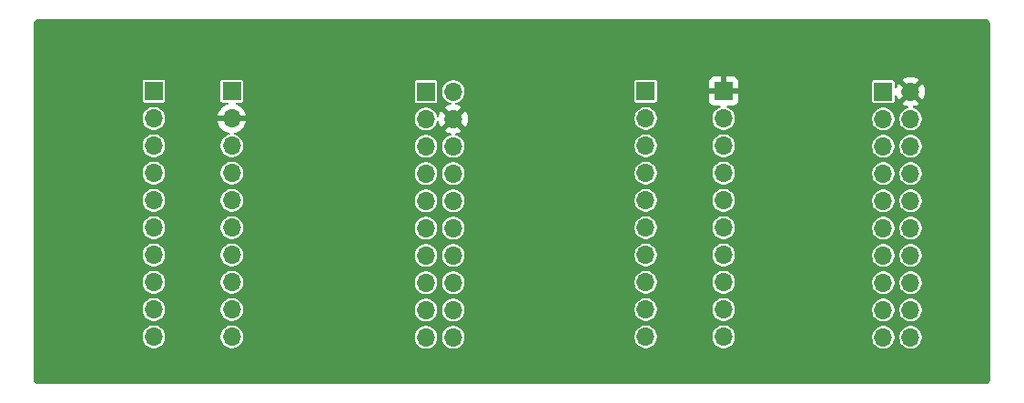
<source format=gbl>
%TF.GenerationSoftware,KiCad,Pcbnew,9.0.0*%
%TF.CreationDate,2025-09-23T12:44:31-04:00*%
%TF.ProjectId,CSC202_LP_MSPM0G3507_3TERM_BREAKOUT,43534332-3032-45f4-9c50-5f4d53504d30,rev?*%
%TF.SameCoordinates,Original*%
%TF.FileFunction,Copper,L2,Bot*%
%TF.FilePolarity,Positive*%
%FSLAX46Y46*%
G04 Gerber Fmt 4.6, Leading zero omitted, Abs format (unit mm)*
G04 Created by KiCad (PCBNEW 9.0.0) date 2025-09-23 12:44:31*
%MOMM*%
%LPD*%
G01*
G04 APERTURE LIST*
%TA.AperFunction,ComponentPad*%
%ADD10O,1.700000X1.700000*%
%TD*%
%TA.AperFunction,ComponentPad*%
%ADD11R,1.700000X1.700000*%
%TD*%
G04 APERTURE END LIST*
D10*
%TO.P,J2,11,PB16*%
%TO.N,/KP_COL3*%
X171225369Y-110124556D03*
%TO.P,J2,12,PB0*%
%TO.N,/SPI_CS1*%
X171225369Y-107584556D03*
%TO.P,J2,13,PB6*%
%TO.N,/SPI_CS0*%
X171225369Y-105044556D03*
%TO.P,J2,14,PB7*%
%TO.N,/SPI_MISO*%
X171225369Y-102504556D03*
%TO.P,J2,15,PB8*%
%TO.N,/SPI_MOSI*%
X171225369Y-99964556D03*
%TO.P,J2,16,NRST*%
%TO.N,/NRST*%
X171225369Y-97424556D03*
%TO.P,J2,17,PB15*%
%TO.N,/KP_COL2*%
X171225369Y-94884556D03*
%TO.P,J2,18,PB17*%
%TO.N,/KP_COL1*%
X171225369Y-92344556D03*
%TO.P,J2,19,PB12*%
%TO.N,/KP_COL0*%
X171225369Y-89804556D03*
%TO.P,J2,20,GND*%
%TO.N,GND*%
X171225369Y-87264556D03*
%TO.P,J2,31,PA13*%
%TO.N,/LED5*%
X168685369Y-110124556D03*
%TO.P,J2,32,PA12*%
%TO.N,/LED4*%
X168685369Y-107584556D03*
%TO.P,J2,33,PA11*%
%TO.N,/LINRX*%
X168685369Y-105044556D03*
%TO.P,J2,34,PA10*%
%TO.N,/LINTX*%
X168685369Y-102504556D03*
%TO.P,J2,35,PB13*%
%TO.N,/LED3*%
X168685369Y-99964556D03*
%TO.P,J2,36,PB20*%
%TO.N,/LED2{slash}DIR_B*%
X168685369Y-97424556D03*
%TO.P,J2,37,PA31*%
%TO.N,/LED1{slash}DIR_A*%
X168685369Y-94884556D03*
%TO.P,J2,38,PA28*%
%TO.N,/LED0{slash}PWM*%
X168685369Y-92344556D03*
%TO.P,J2,39,PB1*%
%TO.N,/KP_ROW3*%
X168685369Y-89804556D03*
D11*
%TO.P,J2,40,PB4*%
%TO.N,/KP_ROW2*%
X168685369Y-87264556D03*
%TD*%
%TO.P,J1,1,3V3*%
%TO.N,+3V3*%
X126141369Y-87264556D03*
D10*
%TO.P,J1,2,PA25*%
%TO.N,/DIG1_EN*%
X126141369Y-89804556D03*
%TO.P,J1,3,PB23/A9*%
%TO.N,/KP_ROW0*%
X126141369Y-92344556D03*
%TO.P,J1,4,PA8*%
%TO.N,/KP_ROW1*%
X126141369Y-94884556D03*
%TO.P,J1,5,PA26*%
%TO.N,/DIG2_EN*%
X126141369Y-97424556D03*
%TO.P,J1,6,PB24*%
%TO.N,/ADC0.5*%
X126141369Y-99964556D03*
%TO.P,J1,7,PB9*%
%TO.N,/SPI_CLK*%
X126141369Y-102504556D03*
%TO.P,J1,8,PA27*%
%TO.N,/DIG3_EN*%
X126141369Y-105044556D03*
%TO.P,J1,9,PB2*%
%TO.N,/I2C_SCL*%
X126141369Y-107584556D03*
%TO.P,J1,10,PB3*%
%TO.N,/I2C_SDA*%
X126141369Y-110124556D03*
%TO.P,J1,21,5V*%
%TO.N,+5V*%
X128681369Y-87264556D03*
%TO.P,J1,22,GND*%
%TO.N,GND*%
X128681369Y-89804556D03*
%TO.P,J1,23,PB19*%
%TO.N,/SW1-1*%
X128681369Y-92344556D03*
%TO.P,J1,24,PA22*%
%TO.N,/SW1-2{slash}ADC0.7*%
X128681369Y-94884556D03*
%TO.P,J1,25,PB18*%
%TO.N,/SW1-3{slash}PB1*%
X128681369Y-97424556D03*
%TO.P,J1,26,PA18*%
%TO.N,/LED_EN*%
X128681369Y-99964556D03*
%TO.P,J1,27,PA24*%
%TO.N,/DIG0_EN*%
X128681369Y-102504556D03*
%TO.P,J1,28,PA17*%
%TO.N,/LED7*%
X128681369Y-105044556D03*
%TO.P,J1,29,PA16/A18*%
%TO.N,/LED6*%
X128681369Y-107584556D03*
%TO.P,J1,30,PA15*%
%TO.N,/SW1-4{slash}PB2*%
X128681369Y-110124556D03*
%TD*%
%TO.P,J4,10,Pin_10*%
%TO.N,/SW1-4{slash}PB2*%
X108086469Y-110080000D03*
%TO.P,J4,9,Pin_9*%
%TO.N,/LED6*%
X108086469Y-107540000D03*
%TO.P,J4,8,Pin_8*%
%TO.N,/LED7*%
X108086469Y-105000000D03*
%TO.P,J4,7,Pin_7*%
%TO.N,/DIG0_EN*%
X108086469Y-102460000D03*
%TO.P,J4,6,Pin_6*%
%TO.N,/LED_EN*%
X108086469Y-99920000D03*
%TO.P,J4,5,Pin_5*%
%TO.N,/SW1-3{slash}PB1*%
X108086469Y-97380000D03*
%TO.P,J4,4,Pin_4*%
%TO.N,/SW1-2{slash}ADC0.7*%
X108086469Y-94840000D03*
%TO.P,J4,3,Pin_3*%
%TO.N,/SW1-1*%
X108086469Y-92300000D03*
%TO.P,J4,2,Pin_2*%
%TO.N,GND*%
X108086469Y-89760000D03*
D11*
%TO.P,J4,1,Pin_1*%
%TO.N,+5V*%
X108086469Y-87220000D03*
%TD*%
D10*
%TO.P,J6,10,Pin_10*%
%TO.N,/KP_COL3*%
X153836469Y-110080000D03*
%TO.P,J6,9,Pin_9*%
%TO.N,/SPI_CS1*%
X153836469Y-107540000D03*
%TO.P,J6,8,Pin_8*%
%TO.N,/SPI_CS0*%
X153836469Y-105000000D03*
%TO.P,J6,7,Pin_7*%
%TO.N,/SPI_MISO*%
X153836469Y-102460000D03*
%TO.P,J6,6,Pin_6*%
%TO.N,/SPI_MOSI*%
X153836469Y-99920000D03*
%TO.P,J6,5,Pin_5*%
%TO.N,/NRST*%
X153836469Y-97380000D03*
%TO.P,J6,4,Pin_4*%
%TO.N,/KP_COL2*%
X153836469Y-94840000D03*
%TO.P,J6,3,Pin_3*%
%TO.N,/KP_COL1*%
X153836469Y-92300000D03*
%TO.P,J6,2,Pin_2*%
%TO.N,/KP_COL0*%
X153836469Y-89760000D03*
D11*
%TO.P,J6,1,Pin_1*%
%TO.N,GND*%
X153836469Y-87220000D03*
%TD*%
D10*
%TO.P,J3,10,Pin_10*%
%TO.N,/I2C_SDA*%
X100836469Y-110080000D03*
%TO.P,J3,9,Pin_9*%
%TO.N,/I2C_SCL*%
X100836469Y-107540000D03*
%TO.P,J3,8,Pin_8*%
%TO.N,/DIG3_EN*%
X100836469Y-105000000D03*
%TO.P,J3,7,Pin_7*%
%TO.N,/SPI_CLK*%
X100836469Y-102460000D03*
%TO.P,J3,6,Pin_6*%
%TO.N,/ADC0.5*%
X100836469Y-99920000D03*
%TO.P,J3,5,Pin_5*%
%TO.N,/DIG2_EN*%
X100836469Y-97380000D03*
%TO.P,J3,4,Pin_4*%
%TO.N,/KP_ROW1*%
X100836469Y-94840000D03*
%TO.P,J3,3,Pin_3*%
%TO.N,/KP_ROW0*%
X100836469Y-92300000D03*
%TO.P,J3,2,Pin_2*%
%TO.N,/DIG1_EN*%
X100836469Y-89760000D03*
D11*
%TO.P,J3,1,Pin_1*%
%TO.N,+3V3*%
X100836469Y-87220000D03*
%TD*%
D10*
%TO.P,J5,10,Pin_10*%
%TO.N,/LED5*%
X146586469Y-110080000D03*
%TO.P,J5,9,Pin_9*%
%TO.N,/LED4*%
X146586469Y-107540000D03*
%TO.P,J5,8,Pin_8*%
%TO.N,/LINRX*%
X146586469Y-105000000D03*
%TO.P,J5,7,Pin_7*%
%TO.N,/LINTX*%
X146586469Y-102460000D03*
%TO.P,J5,6,Pin_6*%
%TO.N,/LED3*%
X146586469Y-99920000D03*
%TO.P,J5,5,Pin_5*%
%TO.N,/LED2{slash}DIR_B*%
X146586469Y-97380000D03*
%TO.P,J5,4,Pin_4*%
%TO.N,/LED1{slash}DIR_A*%
X146586469Y-94840000D03*
%TO.P,J5,3,Pin_3*%
%TO.N,/LED0{slash}PWM*%
X146586469Y-92300000D03*
%TO.P,J5,2,Pin_2*%
%TO.N,/KP_ROW3*%
X146586469Y-89760000D03*
D11*
%TO.P,J5,1,Pin_1*%
%TO.N,/KP_ROW2*%
X146586469Y-87220000D03*
%TD*%
%TA.AperFunction,Conductor*%
%TO.N,GND*%
G36*
X178144440Y-80500921D02*
G01*
X178166241Y-80503377D01*
X178238976Y-80511574D01*
X178260585Y-80516506D01*
X178260654Y-80516531D01*
X178345104Y-80546083D01*
X178365076Y-80555701D01*
X178440899Y-80603345D01*
X178458227Y-80617165D01*
X178521546Y-80680485D01*
X178535359Y-80697806D01*
X178583004Y-80773635D01*
X178592620Y-80793604D01*
X178622193Y-80878118D01*
X178627126Y-80899731D01*
X178637804Y-80994493D01*
X178638427Y-81005578D01*
X178638427Y-113994235D01*
X178637804Y-114005320D01*
X178627150Y-114099869D01*
X178622218Y-114121481D01*
X178592642Y-114206007D01*
X178583024Y-114225979D01*
X178535386Y-114301798D01*
X178521563Y-114319132D01*
X178458244Y-114382452D01*
X178440913Y-114396273D01*
X178365089Y-114443919D01*
X178345115Y-114453539D01*
X178260593Y-114483116D01*
X178238981Y-114488049D01*
X178144698Y-114498675D01*
X178133611Y-114499298D01*
X90211717Y-114499298D01*
X90211688Y-114499296D01*
X90204806Y-114499296D01*
X90198189Y-114499296D01*
X90144473Y-114499297D01*
X90133390Y-114498675D01*
X90038845Y-114488025D01*
X90017231Y-114483092D01*
X89932714Y-114453520D01*
X89912740Y-114443902D01*
X89836917Y-114396261D01*
X89819584Y-114382438D01*
X89756267Y-114319122D01*
X89742445Y-114301791D01*
X89694800Y-114225966D01*
X89685186Y-114206003D01*
X89655607Y-114121472D01*
X89650677Y-114099865D01*
X89640050Y-114005549D01*
X89639427Y-113994464D01*
X89639427Y-109976532D01*
X99785969Y-109976532D01*
X99785969Y-110183467D01*
X99826338Y-110386418D01*
X99905527Y-110577597D01*
X99905528Y-110577598D01*
X100020492Y-110749655D01*
X100166814Y-110895977D01*
X100338871Y-111010941D01*
X100530049Y-111090130D01*
X100733004Y-111130500D01*
X100733005Y-111130500D01*
X100939933Y-111130500D01*
X100939934Y-111130500D01*
X101142889Y-111090130D01*
X101334067Y-111010941D01*
X101506124Y-110895977D01*
X101652446Y-110749655D01*
X101767410Y-110577598D01*
X101846599Y-110386420D01*
X101886969Y-110183465D01*
X101886969Y-109976535D01*
X101886968Y-109976532D01*
X107035969Y-109976532D01*
X107035969Y-110183467D01*
X107076338Y-110386418D01*
X107155527Y-110577597D01*
X107155528Y-110577598D01*
X107270492Y-110749655D01*
X107416814Y-110895977D01*
X107588871Y-111010941D01*
X107780049Y-111090130D01*
X107983004Y-111130500D01*
X107983005Y-111130500D01*
X108189933Y-111130500D01*
X108189934Y-111130500D01*
X108392889Y-111090130D01*
X108584067Y-111010941D01*
X108756124Y-110895977D01*
X108902446Y-110749655D01*
X109017410Y-110577598D01*
X109096599Y-110386420D01*
X109136969Y-110183465D01*
X109136969Y-110021088D01*
X125090869Y-110021088D01*
X125090869Y-110228023D01*
X125131238Y-110430974D01*
X125210427Y-110622153D01*
X125210428Y-110622154D01*
X125325392Y-110794211D01*
X125471714Y-110940533D01*
X125643771Y-111055497D01*
X125834949Y-111134686D01*
X126037904Y-111175056D01*
X126037905Y-111175056D01*
X126244833Y-111175056D01*
X126244834Y-111175056D01*
X126447789Y-111134686D01*
X126638967Y-111055497D01*
X126811024Y-110940533D01*
X126957346Y-110794211D01*
X127072310Y-110622154D01*
X127151499Y-110430976D01*
X127191869Y-110228021D01*
X127191869Y-110021091D01*
X127191868Y-110021088D01*
X127630869Y-110021088D01*
X127630869Y-110228023D01*
X127671238Y-110430974D01*
X127750427Y-110622153D01*
X127750428Y-110622154D01*
X127865392Y-110794211D01*
X128011714Y-110940533D01*
X128183771Y-111055497D01*
X128374949Y-111134686D01*
X128577904Y-111175056D01*
X128577905Y-111175056D01*
X128784833Y-111175056D01*
X128784834Y-111175056D01*
X128987789Y-111134686D01*
X129178967Y-111055497D01*
X129351024Y-110940533D01*
X129497346Y-110794211D01*
X129612310Y-110622154D01*
X129691499Y-110430976D01*
X129731869Y-110228021D01*
X129731869Y-110021091D01*
X129731868Y-110021085D01*
X129725881Y-109990984D01*
X129723006Y-109976532D01*
X145535969Y-109976532D01*
X145535969Y-110183467D01*
X145576338Y-110386418D01*
X145655527Y-110577597D01*
X145655528Y-110577598D01*
X145770492Y-110749655D01*
X145916814Y-110895977D01*
X146088871Y-111010941D01*
X146280049Y-111090130D01*
X146483004Y-111130500D01*
X146483005Y-111130500D01*
X146689933Y-111130500D01*
X146689934Y-111130500D01*
X146892889Y-111090130D01*
X147084067Y-111010941D01*
X147256124Y-110895977D01*
X147402446Y-110749655D01*
X147517410Y-110577598D01*
X147596599Y-110386420D01*
X147636969Y-110183465D01*
X147636969Y-109976535D01*
X147636968Y-109976532D01*
X152785969Y-109976532D01*
X152785969Y-110183467D01*
X152826338Y-110386418D01*
X152905527Y-110577597D01*
X152905528Y-110577598D01*
X153020492Y-110749655D01*
X153166814Y-110895977D01*
X153338871Y-111010941D01*
X153530049Y-111090130D01*
X153733004Y-111130500D01*
X153733005Y-111130500D01*
X153939933Y-111130500D01*
X153939934Y-111130500D01*
X154142889Y-111090130D01*
X154334067Y-111010941D01*
X154506124Y-110895977D01*
X154652446Y-110749655D01*
X154767410Y-110577598D01*
X154846599Y-110386420D01*
X154886969Y-110183465D01*
X154886969Y-110021088D01*
X167634869Y-110021088D01*
X167634869Y-110228023D01*
X167675238Y-110430974D01*
X167754427Y-110622153D01*
X167754428Y-110622154D01*
X167869392Y-110794211D01*
X168015714Y-110940533D01*
X168187771Y-111055497D01*
X168378949Y-111134686D01*
X168581904Y-111175056D01*
X168581905Y-111175056D01*
X168788833Y-111175056D01*
X168788834Y-111175056D01*
X168991789Y-111134686D01*
X169182967Y-111055497D01*
X169355024Y-110940533D01*
X169501346Y-110794211D01*
X169616310Y-110622154D01*
X169695499Y-110430976D01*
X169735869Y-110228021D01*
X169735869Y-110021091D01*
X169735868Y-110021088D01*
X170174869Y-110021088D01*
X170174869Y-110228023D01*
X170215238Y-110430974D01*
X170294427Y-110622153D01*
X170294428Y-110622154D01*
X170409392Y-110794211D01*
X170555714Y-110940533D01*
X170727771Y-111055497D01*
X170918949Y-111134686D01*
X171121904Y-111175056D01*
X171121905Y-111175056D01*
X171328833Y-111175056D01*
X171328834Y-111175056D01*
X171531789Y-111134686D01*
X171722967Y-111055497D01*
X171895024Y-110940533D01*
X172041346Y-110794211D01*
X172156310Y-110622154D01*
X172235499Y-110430976D01*
X172275869Y-110228021D01*
X172275869Y-110021091D01*
X172235499Y-109818136D01*
X172156310Y-109626958D01*
X172041346Y-109454901D01*
X171895024Y-109308579D01*
X171828341Y-109264023D01*
X171722966Y-109193614D01*
X171531787Y-109114425D01*
X171328836Y-109074056D01*
X171328834Y-109074056D01*
X171121904Y-109074056D01*
X171121901Y-109074056D01*
X170918950Y-109114425D01*
X170727771Y-109193614D01*
X170555717Y-109308576D01*
X170409389Y-109454904D01*
X170294427Y-109626958D01*
X170215238Y-109818137D01*
X170174869Y-110021088D01*
X169735868Y-110021088D01*
X169695499Y-109818136D01*
X169616310Y-109626958D01*
X169501346Y-109454901D01*
X169355024Y-109308579D01*
X169288341Y-109264023D01*
X169182966Y-109193614D01*
X168991787Y-109114425D01*
X168788836Y-109074056D01*
X168788834Y-109074056D01*
X168581904Y-109074056D01*
X168581901Y-109074056D01*
X168378950Y-109114425D01*
X168187771Y-109193614D01*
X168015717Y-109308576D01*
X167869389Y-109454904D01*
X167754427Y-109626958D01*
X167675238Y-109818137D01*
X167634869Y-110021088D01*
X154886969Y-110021088D01*
X154886969Y-109976535D01*
X154846599Y-109773580D01*
X154767410Y-109582402D01*
X154652446Y-109410345D01*
X154506124Y-109264023D01*
X154506120Y-109264020D01*
X154334066Y-109149058D01*
X154142887Y-109069869D01*
X153939936Y-109029500D01*
X153939934Y-109029500D01*
X153733004Y-109029500D01*
X153733001Y-109029500D01*
X153530050Y-109069869D01*
X153338871Y-109149058D01*
X153166817Y-109264020D01*
X153020489Y-109410348D01*
X152905527Y-109582402D01*
X152826338Y-109773581D01*
X152785969Y-109976532D01*
X147636968Y-109976532D01*
X147596599Y-109773580D01*
X147517410Y-109582402D01*
X147402446Y-109410345D01*
X147256124Y-109264023D01*
X147256120Y-109264020D01*
X147084066Y-109149058D01*
X146892887Y-109069869D01*
X146689936Y-109029500D01*
X146689934Y-109029500D01*
X146483004Y-109029500D01*
X146483001Y-109029500D01*
X146280050Y-109069869D01*
X146088871Y-109149058D01*
X145916817Y-109264020D01*
X145770489Y-109410348D01*
X145655527Y-109582402D01*
X145576338Y-109773581D01*
X145535969Y-109976532D01*
X129723006Y-109976532D01*
X129691499Y-109818137D01*
X129673043Y-109773581D01*
X129612310Y-109626958D01*
X129497346Y-109454901D01*
X129351024Y-109308579D01*
X129284341Y-109264023D01*
X129178966Y-109193614D01*
X128987787Y-109114425D01*
X128784836Y-109074056D01*
X128784834Y-109074056D01*
X128577904Y-109074056D01*
X128577901Y-109074056D01*
X128374950Y-109114425D01*
X128183771Y-109193614D01*
X128011717Y-109308576D01*
X127865389Y-109454904D01*
X127750427Y-109626958D01*
X127671238Y-109818137D01*
X127630869Y-110021088D01*
X127191868Y-110021088D01*
X127151499Y-109818136D01*
X127072310Y-109626958D01*
X126957346Y-109454901D01*
X126811024Y-109308579D01*
X126744341Y-109264023D01*
X126638966Y-109193614D01*
X126447787Y-109114425D01*
X126244836Y-109074056D01*
X126244834Y-109074056D01*
X126037904Y-109074056D01*
X126037901Y-109074056D01*
X125834950Y-109114425D01*
X125643771Y-109193614D01*
X125471717Y-109308576D01*
X125325389Y-109454904D01*
X125210427Y-109626958D01*
X125131238Y-109818137D01*
X125090869Y-110021088D01*
X109136969Y-110021088D01*
X109136969Y-109976535D01*
X109096599Y-109773580D01*
X109017410Y-109582402D01*
X108902446Y-109410345D01*
X108756124Y-109264023D01*
X108756120Y-109264020D01*
X108584066Y-109149058D01*
X108392887Y-109069869D01*
X108189936Y-109029500D01*
X108189934Y-109029500D01*
X107983004Y-109029500D01*
X107983001Y-109029500D01*
X107780050Y-109069869D01*
X107588871Y-109149058D01*
X107416817Y-109264020D01*
X107270489Y-109410348D01*
X107155527Y-109582402D01*
X107076338Y-109773581D01*
X107035969Y-109976532D01*
X101886968Y-109976532D01*
X101846599Y-109773580D01*
X101767410Y-109582402D01*
X101652446Y-109410345D01*
X101506124Y-109264023D01*
X101506120Y-109264020D01*
X101334066Y-109149058D01*
X101142887Y-109069869D01*
X100939936Y-109029500D01*
X100939934Y-109029500D01*
X100733004Y-109029500D01*
X100733001Y-109029500D01*
X100530050Y-109069869D01*
X100338871Y-109149058D01*
X100166817Y-109264020D01*
X100020489Y-109410348D01*
X99905527Y-109582402D01*
X99826338Y-109773581D01*
X99785969Y-109976532D01*
X89639427Y-109976532D01*
X89639427Y-107436532D01*
X99785969Y-107436532D01*
X99785969Y-107643467D01*
X99826338Y-107846418D01*
X99905527Y-108037597D01*
X99905528Y-108037598D01*
X100020492Y-108209655D01*
X100166814Y-108355977D01*
X100338871Y-108470941D01*
X100530049Y-108550130D01*
X100733004Y-108590500D01*
X100733005Y-108590500D01*
X100939933Y-108590500D01*
X100939934Y-108590500D01*
X101142889Y-108550130D01*
X101334067Y-108470941D01*
X101506124Y-108355977D01*
X101652446Y-108209655D01*
X101767410Y-108037598D01*
X101846599Y-107846420D01*
X101886969Y-107643465D01*
X101886969Y-107436535D01*
X101886968Y-107436532D01*
X107035969Y-107436532D01*
X107035969Y-107643467D01*
X107076338Y-107846418D01*
X107155527Y-108037597D01*
X107155528Y-108037598D01*
X107270492Y-108209655D01*
X107416814Y-108355977D01*
X107588871Y-108470941D01*
X107780049Y-108550130D01*
X107983004Y-108590500D01*
X107983005Y-108590500D01*
X108189933Y-108590500D01*
X108189934Y-108590500D01*
X108392889Y-108550130D01*
X108584067Y-108470941D01*
X108756124Y-108355977D01*
X108902446Y-108209655D01*
X109017410Y-108037598D01*
X109096599Y-107846420D01*
X109136969Y-107643465D01*
X109136969Y-107481088D01*
X125090869Y-107481088D01*
X125090869Y-107688023D01*
X125131238Y-107890974D01*
X125210427Y-108082153D01*
X125210428Y-108082154D01*
X125325392Y-108254211D01*
X125471714Y-108400533D01*
X125643771Y-108515497D01*
X125834949Y-108594686D01*
X126037904Y-108635056D01*
X126037905Y-108635056D01*
X126244833Y-108635056D01*
X126244834Y-108635056D01*
X126447789Y-108594686D01*
X126638967Y-108515497D01*
X126811024Y-108400533D01*
X126957346Y-108254211D01*
X127072310Y-108082154D01*
X127151499Y-107890976D01*
X127191869Y-107688021D01*
X127191869Y-107481091D01*
X127191868Y-107481088D01*
X127630869Y-107481088D01*
X127630869Y-107688023D01*
X127671238Y-107890974D01*
X127750427Y-108082153D01*
X127750428Y-108082154D01*
X127865392Y-108254211D01*
X128011714Y-108400533D01*
X128183771Y-108515497D01*
X128374949Y-108594686D01*
X128577904Y-108635056D01*
X128577905Y-108635056D01*
X128784833Y-108635056D01*
X128784834Y-108635056D01*
X128987789Y-108594686D01*
X129178967Y-108515497D01*
X129351024Y-108400533D01*
X129497346Y-108254211D01*
X129612310Y-108082154D01*
X129691499Y-107890976D01*
X129731869Y-107688021D01*
X129731869Y-107481091D01*
X129731868Y-107481085D01*
X129725881Y-107450984D01*
X129723006Y-107436532D01*
X145535969Y-107436532D01*
X145535969Y-107643467D01*
X145576338Y-107846418D01*
X145655527Y-108037597D01*
X145655528Y-108037598D01*
X145770492Y-108209655D01*
X145916814Y-108355977D01*
X146088871Y-108470941D01*
X146280049Y-108550130D01*
X146483004Y-108590500D01*
X146483005Y-108590500D01*
X146689933Y-108590500D01*
X146689934Y-108590500D01*
X146892889Y-108550130D01*
X147084067Y-108470941D01*
X147256124Y-108355977D01*
X147402446Y-108209655D01*
X147517410Y-108037598D01*
X147596599Y-107846420D01*
X147636969Y-107643465D01*
X147636969Y-107436535D01*
X147636968Y-107436532D01*
X152785969Y-107436532D01*
X152785969Y-107643467D01*
X152826338Y-107846418D01*
X152905527Y-108037597D01*
X152905528Y-108037598D01*
X153020492Y-108209655D01*
X153166814Y-108355977D01*
X153338871Y-108470941D01*
X153530049Y-108550130D01*
X153733004Y-108590500D01*
X153733005Y-108590500D01*
X153939933Y-108590500D01*
X153939934Y-108590500D01*
X154142889Y-108550130D01*
X154334067Y-108470941D01*
X154506124Y-108355977D01*
X154652446Y-108209655D01*
X154767410Y-108037598D01*
X154846599Y-107846420D01*
X154886969Y-107643465D01*
X154886969Y-107481088D01*
X167634869Y-107481088D01*
X167634869Y-107688023D01*
X167675238Y-107890974D01*
X167754427Y-108082153D01*
X167754428Y-108082154D01*
X167869392Y-108254211D01*
X168015714Y-108400533D01*
X168187771Y-108515497D01*
X168378949Y-108594686D01*
X168581904Y-108635056D01*
X168581905Y-108635056D01*
X168788833Y-108635056D01*
X168788834Y-108635056D01*
X168991789Y-108594686D01*
X169182967Y-108515497D01*
X169355024Y-108400533D01*
X169501346Y-108254211D01*
X169616310Y-108082154D01*
X169695499Y-107890976D01*
X169735869Y-107688021D01*
X169735869Y-107481091D01*
X169735868Y-107481088D01*
X170174869Y-107481088D01*
X170174869Y-107688023D01*
X170215238Y-107890974D01*
X170294427Y-108082153D01*
X170294428Y-108082154D01*
X170409392Y-108254211D01*
X170555714Y-108400533D01*
X170727771Y-108515497D01*
X170918949Y-108594686D01*
X171121904Y-108635056D01*
X171121905Y-108635056D01*
X171328833Y-108635056D01*
X171328834Y-108635056D01*
X171531789Y-108594686D01*
X171722967Y-108515497D01*
X171895024Y-108400533D01*
X172041346Y-108254211D01*
X172156310Y-108082154D01*
X172235499Y-107890976D01*
X172275869Y-107688021D01*
X172275869Y-107481091D01*
X172235499Y-107278136D01*
X172156310Y-107086958D01*
X172041346Y-106914901D01*
X171895024Y-106768579D01*
X171828341Y-106724023D01*
X171722966Y-106653614D01*
X171531787Y-106574425D01*
X171328836Y-106534056D01*
X171328834Y-106534056D01*
X171121904Y-106534056D01*
X171121901Y-106534056D01*
X170918950Y-106574425D01*
X170727771Y-106653614D01*
X170555717Y-106768576D01*
X170409389Y-106914904D01*
X170294427Y-107086958D01*
X170215238Y-107278137D01*
X170174869Y-107481088D01*
X169735868Y-107481088D01*
X169695499Y-107278136D01*
X169616310Y-107086958D01*
X169501346Y-106914901D01*
X169355024Y-106768579D01*
X169288341Y-106724023D01*
X169182966Y-106653614D01*
X168991787Y-106574425D01*
X168788836Y-106534056D01*
X168788834Y-106534056D01*
X168581904Y-106534056D01*
X168581901Y-106534056D01*
X168378950Y-106574425D01*
X168187771Y-106653614D01*
X168015717Y-106768576D01*
X167869389Y-106914904D01*
X167754427Y-107086958D01*
X167675238Y-107278137D01*
X167634869Y-107481088D01*
X154886969Y-107481088D01*
X154886969Y-107436535D01*
X154846599Y-107233580D01*
X154767410Y-107042402D01*
X154652446Y-106870345D01*
X154506124Y-106724023D01*
X154506120Y-106724020D01*
X154334066Y-106609058D01*
X154142887Y-106529869D01*
X153939936Y-106489500D01*
X153939934Y-106489500D01*
X153733004Y-106489500D01*
X153733001Y-106489500D01*
X153530050Y-106529869D01*
X153338871Y-106609058D01*
X153166817Y-106724020D01*
X153020489Y-106870348D01*
X152905527Y-107042402D01*
X152826338Y-107233581D01*
X152785969Y-107436532D01*
X147636968Y-107436532D01*
X147596599Y-107233580D01*
X147517410Y-107042402D01*
X147402446Y-106870345D01*
X147256124Y-106724023D01*
X147256120Y-106724020D01*
X147084066Y-106609058D01*
X146892887Y-106529869D01*
X146689936Y-106489500D01*
X146689934Y-106489500D01*
X146483004Y-106489500D01*
X146483001Y-106489500D01*
X146280050Y-106529869D01*
X146088871Y-106609058D01*
X145916817Y-106724020D01*
X145770489Y-106870348D01*
X145655527Y-107042402D01*
X145576338Y-107233581D01*
X145535969Y-107436532D01*
X129723006Y-107436532D01*
X129691499Y-107278137D01*
X129673043Y-107233581D01*
X129612310Y-107086958D01*
X129497346Y-106914901D01*
X129351024Y-106768579D01*
X129284341Y-106724023D01*
X129178966Y-106653614D01*
X128987787Y-106574425D01*
X128784836Y-106534056D01*
X128784834Y-106534056D01*
X128577904Y-106534056D01*
X128577901Y-106534056D01*
X128374950Y-106574425D01*
X128183771Y-106653614D01*
X128011717Y-106768576D01*
X127865389Y-106914904D01*
X127750427Y-107086958D01*
X127671238Y-107278137D01*
X127630869Y-107481088D01*
X127191868Y-107481088D01*
X127151499Y-107278136D01*
X127072310Y-107086958D01*
X126957346Y-106914901D01*
X126811024Y-106768579D01*
X126744341Y-106724023D01*
X126638966Y-106653614D01*
X126447787Y-106574425D01*
X126244836Y-106534056D01*
X126244834Y-106534056D01*
X126037904Y-106534056D01*
X126037901Y-106534056D01*
X125834950Y-106574425D01*
X125643771Y-106653614D01*
X125471717Y-106768576D01*
X125325389Y-106914904D01*
X125210427Y-107086958D01*
X125131238Y-107278137D01*
X125090869Y-107481088D01*
X109136969Y-107481088D01*
X109136969Y-107436535D01*
X109096599Y-107233580D01*
X109017410Y-107042402D01*
X108902446Y-106870345D01*
X108756124Y-106724023D01*
X108756120Y-106724020D01*
X108584066Y-106609058D01*
X108392887Y-106529869D01*
X108189936Y-106489500D01*
X108189934Y-106489500D01*
X107983004Y-106489500D01*
X107983001Y-106489500D01*
X107780050Y-106529869D01*
X107588871Y-106609058D01*
X107416817Y-106724020D01*
X107270489Y-106870348D01*
X107155527Y-107042402D01*
X107076338Y-107233581D01*
X107035969Y-107436532D01*
X101886968Y-107436532D01*
X101846599Y-107233580D01*
X101767410Y-107042402D01*
X101652446Y-106870345D01*
X101506124Y-106724023D01*
X101506120Y-106724020D01*
X101334066Y-106609058D01*
X101142887Y-106529869D01*
X100939936Y-106489500D01*
X100939934Y-106489500D01*
X100733004Y-106489500D01*
X100733001Y-106489500D01*
X100530050Y-106529869D01*
X100338871Y-106609058D01*
X100166817Y-106724020D01*
X100020489Y-106870348D01*
X99905527Y-107042402D01*
X99826338Y-107233581D01*
X99785969Y-107436532D01*
X89639427Y-107436532D01*
X89639427Y-104896532D01*
X99785969Y-104896532D01*
X99785969Y-105103467D01*
X99826338Y-105306418D01*
X99905527Y-105497597D01*
X99905528Y-105497598D01*
X100020492Y-105669655D01*
X100166814Y-105815977D01*
X100338871Y-105930941D01*
X100530049Y-106010130D01*
X100733004Y-106050500D01*
X100733005Y-106050500D01*
X100939933Y-106050500D01*
X100939934Y-106050500D01*
X101142889Y-106010130D01*
X101334067Y-105930941D01*
X101506124Y-105815977D01*
X101652446Y-105669655D01*
X101767410Y-105497598D01*
X101846599Y-105306420D01*
X101886969Y-105103465D01*
X101886969Y-104896535D01*
X101886968Y-104896532D01*
X107035969Y-104896532D01*
X107035969Y-105103467D01*
X107076338Y-105306418D01*
X107155527Y-105497597D01*
X107155528Y-105497598D01*
X107270492Y-105669655D01*
X107416814Y-105815977D01*
X107588871Y-105930941D01*
X107780049Y-106010130D01*
X107983004Y-106050500D01*
X107983005Y-106050500D01*
X108189933Y-106050500D01*
X108189934Y-106050500D01*
X108392889Y-106010130D01*
X108584067Y-105930941D01*
X108756124Y-105815977D01*
X108902446Y-105669655D01*
X109017410Y-105497598D01*
X109096599Y-105306420D01*
X109136969Y-105103465D01*
X109136969Y-104941088D01*
X125090869Y-104941088D01*
X125090869Y-105148023D01*
X125131238Y-105350974D01*
X125210427Y-105542153D01*
X125210428Y-105542154D01*
X125325392Y-105714211D01*
X125471714Y-105860533D01*
X125643771Y-105975497D01*
X125834949Y-106054686D01*
X126037904Y-106095056D01*
X126037905Y-106095056D01*
X126244833Y-106095056D01*
X126244834Y-106095056D01*
X126447789Y-106054686D01*
X126638967Y-105975497D01*
X126811024Y-105860533D01*
X126957346Y-105714211D01*
X127072310Y-105542154D01*
X127151499Y-105350976D01*
X127191869Y-105148021D01*
X127191869Y-104941091D01*
X127191868Y-104941088D01*
X127630869Y-104941088D01*
X127630869Y-105148023D01*
X127671238Y-105350974D01*
X127750427Y-105542153D01*
X127750428Y-105542154D01*
X127865392Y-105714211D01*
X128011714Y-105860533D01*
X128183771Y-105975497D01*
X128374949Y-106054686D01*
X128577904Y-106095056D01*
X128577905Y-106095056D01*
X128784833Y-106095056D01*
X128784834Y-106095056D01*
X128987789Y-106054686D01*
X129178967Y-105975497D01*
X129351024Y-105860533D01*
X129497346Y-105714211D01*
X129612310Y-105542154D01*
X129691499Y-105350976D01*
X129731869Y-105148021D01*
X129731869Y-104941091D01*
X129731868Y-104941085D01*
X129725881Y-104910984D01*
X129723006Y-104896532D01*
X145535969Y-104896532D01*
X145535969Y-105103467D01*
X145576338Y-105306418D01*
X145655527Y-105497597D01*
X145655528Y-105497598D01*
X145770492Y-105669655D01*
X145916814Y-105815977D01*
X146088871Y-105930941D01*
X146280049Y-106010130D01*
X146483004Y-106050500D01*
X146483005Y-106050500D01*
X146689933Y-106050500D01*
X146689934Y-106050500D01*
X146892889Y-106010130D01*
X147084067Y-105930941D01*
X147256124Y-105815977D01*
X147402446Y-105669655D01*
X147517410Y-105497598D01*
X147596599Y-105306420D01*
X147636969Y-105103465D01*
X147636969Y-104896535D01*
X147636968Y-104896532D01*
X152785969Y-104896532D01*
X152785969Y-105103467D01*
X152826338Y-105306418D01*
X152905527Y-105497597D01*
X152905528Y-105497598D01*
X153020492Y-105669655D01*
X153166814Y-105815977D01*
X153338871Y-105930941D01*
X153530049Y-106010130D01*
X153733004Y-106050500D01*
X153733005Y-106050500D01*
X153939933Y-106050500D01*
X153939934Y-106050500D01*
X154142889Y-106010130D01*
X154334067Y-105930941D01*
X154506124Y-105815977D01*
X154652446Y-105669655D01*
X154767410Y-105497598D01*
X154846599Y-105306420D01*
X154886969Y-105103465D01*
X154886969Y-104941088D01*
X167634869Y-104941088D01*
X167634869Y-105148023D01*
X167675238Y-105350974D01*
X167754427Y-105542153D01*
X167754428Y-105542154D01*
X167869392Y-105714211D01*
X168015714Y-105860533D01*
X168187771Y-105975497D01*
X168378949Y-106054686D01*
X168581904Y-106095056D01*
X168581905Y-106095056D01*
X168788833Y-106095056D01*
X168788834Y-106095056D01*
X168991789Y-106054686D01*
X169182967Y-105975497D01*
X169355024Y-105860533D01*
X169501346Y-105714211D01*
X169616310Y-105542154D01*
X169695499Y-105350976D01*
X169735869Y-105148021D01*
X169735869Y-104941091D01*
X169735868Y-104941088D01*
X170174869Y-104941088D01*
X170174869Y-105148023D01*
X170215238Y-105350974D01*
X170294427Y-105542153D01*
X170294428Y-105542154D01*
X170409392Y-105714211D01*
X170555714Y-105860533D01*
X170727771Y-105975497D01*
X170918949Y-106054686D01*
X171121904Y-106095056D01*
X171121905Y-106095056D01*
X171328833Y-106095056D01*
X171328834Y-106095056D01*
X171531789Y-106054686D01*
X171722967Y-105975497D01*
X171895024Y-105860533D01*
X172041346Y-105714211D01*
X172156310Y-105542154D01*
X172235499Y-105350976D01*
X172275869Y-105148021D01*
X172275869Y-104941091D01*
X172235499Y-104738136D01*
X172156310Y-104546958D01*
X172041346Y-104374901D01*
X171895024Y-104228579D01*
X171828341Y-104184023D01*
X171722966Y-104113614D01*
X171531787Y-104034425D01*
X171328836Y-103994056D01*
X171328834Y-103994056D01*
X171121904Y-103994056D01*
X171121901Y-103994056D01*
X170918950Y-104034425D01*
X170727771Y-104113614D01*
X170555717Y-104228576D01*
X170409389Y-104374904D01*
X170294427Y-104546958D01*
X170215238Y-104738137D01*
X170174869Y-104941088D01*
X169735868Y-104941088D01*
X169695499Y-104738136D01*
X169616310Y-104546958D01*
X169501346Y-104374901D01*
X169355024Y-104228579D01*
X169288341Y-104184023D01*
X169182966Y-104113614D01*
X168991787Y-104034425D01*
X168788836Y-103994056D01*
X168788834Y-103994056D01*
X168581904Y-103994056D01*
X168581901Y-103994056D01*
X168378950Y-104034425D01*
X168187771Y-104113614D01*
X168015717Y-104228576D01*
X167869389Y-104374904D01*
X167754427Y-104546958D01*
X167675238Y-104738137D01*
X167634869Y-104941088D01*
X154886969Y-104941088D01*
X154886969Y-104896535D01*
X154846599Y-104693580D01*
X154767410Y-104502402D01*
X154652446Y-104330345D01*
X154506124Y-104184023D01*
X154506120Y-104184020D01*
X154334066Y-104069058D01*
X154142887Y-103989869D01*
X153939936Y-103949500D01*
X153939934Y-103949500D01*
X153733004Y-103949500D01*
X153733001Y-103949500D01*
X153530050Y-103989869D01*
X153338871Y-104069058D01*
X153166817Y-104184020D01*
X153020489Y-104330348D01*
X152905527Y-104502402D01*
X152826338Y-104693581D01*
X152785969Y-104896532D01*
X147636968Y-104896532D01*
X147596599Y-104693580D01*
X147517410Y-104502402D01*
X147402446Y-104330345D01*
X147256124Y-104184023D01*
X147256120Y-104184020D01*
X147084066Y-104069058D01*
X146892887Y-103989869D01*
X146689936Y-103949500D01*
X146689934Y-103949500D01*
X146483004Y-103949500D01*
X146483001Y-103949500D01*
X146280050Y-103989869D01*
X146088871Y-104069058D01*
X145916817Y-104184020D01*
X145770489Y-104330348D01*
X145655527Y-104502402D01*
X145576338Y-104693581D01*
X145535969Y-104896532D01*
X129723006Y-104896532D01*
X129691499Y-104738137D01*
X129673043Y-104693581D01*
X129612310Y-104546958D01*
X129497346Y-104374901D01*
X129351024Y-104228579D01*
X129284341Y-104184023D01*
X129178966Y-104113614D01*
X128987787Y-104034425D01*
X128784836Y-103994056D01*
X128784834Y-103994056D01*
X128577904Y-103994056D01*
X128577901Y-103994056D01*
X128374950Y-104034425D01*
X128183771Y-104113614D01*
X128011717Y-104228576D01*
X127865389Y-104374904D01*
X127750427Y-104546958D01*
X127671238Y-104738137D01*
X127630869Y-104941088D01*
X127191868Y-104941088D01*
X127151499Y-104738136D01*
X127072310Y-104546958D01*
X126957346Y-104374901D01*
X126811024Y-104228579D01*
X126744341Y-104184023D01*
X126638966Y-104113614D01*
X126447787Y-104034425D01*
X126244836Y-103994056D01*
X126244834Y-103994056D01*
X126037904Y-103994056D01*
X126037901Y-103994056D01*
X125834950Y-104034425D01*
X125643771Y-104113614D01*
X125471717Y-104228576D01*
X125325389Y-104374904D01*
X125210427Y-104546958D01*
X125131238Y-104738137D01*
X125090869Y-104941088D01*
X109136969Y-104941088D01*
X109136969Y-104896535D01*
X109096599Y-104693580D01*
X109017410Y-104502402D01*
X108902446Y-104330345D01*
X108756124Y-104184023D01*
X108756120Y-104184020D01*
X108584066Y-104069058D01*
X108392887Y-103989869D01*
X108189936Y-103949500D01*
X108189934Y-103949500D01*
X107983004Y-103949500D01*
X107983001Y-103949500D01*
X107780050Y-103989869D01*
X107588871Y-104069058D01*
X107416817Y-104184020D01*
X107270489Y-104330348D01*
X107155527Y-104502402D01*
X107076338Y-104693581D01*
X107035969Y-104896532D01*
X101886968Y-104896532D01*
X101846599Y-104693580D01*
X101767410Y-104502402D01*
X101652446Y-104330345D01*
X101506124Y-104184023D01*
X101506120Y-104184020D01*
X101334066Y-104069058D01*
X101142887Y-103989869D01*
X100939936Y-103949500D01*
X100939934Y-103949500D01*
X100733004Y-103949500D01*
X100733001Y-103949500D01*
X100530050Y-103989869D01*
X100338871Y-104069058D01*
X100166817Y-104184020D01*
X100020489Y-104330348D01*
X99905527Y-104502402D01*
X99826338Y-104693581D01*
X99785969Y-104896532D01*
X89639427Y-104896532D01*
X89639427Y-102356532D01*
X99785969Y-102356532D01*
X99785969Y-102563467D01*
X99826338Y-102766418D01*
X99905527Y-102957597D01*
X99905528Y-102957598D01*
X100020492Y-103129655D01*
X100166814Y-103275977D01*
X100338871Y-103390941D01*
X100530049Y-103470130D01*
X100733004Y-103510500D01*
X100733005Y-103510500D01*
X100939933Y-103510500D01*
X100939934Y-103510500D01*
X101142889Y-103470130D01*
X101334067Y-103390941D01*
X101506124Y-103275977D01*
X101652446Y-103129655D01*
X101767410Y-102957598D01*
X101846599Y-102766420D01*
X101886969Y-102563465D01*
X101886969Y-102356535D01*
X101886968Y-102356532D01*
X107035969Y-102356532D01*
X107035969Y-102563467D01*
X107076338Y-102766418D01*
X107155527Y-102957597D01*
X107155528Y-102957598D01*
X107270492Y-103129655D01*
X107416814Y-103275977D01*
X107588871Y-103390941D01*
X107780049Y-103470130D01*
X107983004Y-103510500D01*
X107983005Y-103510500D01*
X108189933Y-103510500D01*
X108189934Y-103510500D01*
X108392889Y-103470130D01*
X108584067Y-103390941D01*
X108756124Y-103275977D01*
X108902446Y-103129655D01*
X109017410Y-102957598D01*
X109096599Y-102766420D01*
X109136969Y-102563465D01*
X109136969Y-102401088D01*
X125090869Y-102401088D01*
X125090869Y-102608023D01*
X125131238Y-102810974D01*
X125210427Y-103002153D01*
X125210428Y-103002154D01*
X125325392Y-103174211D01*
X125471714Y-103320533D01*
X125643771Y-103435497D01*
X125834949Y-103514686D01*
X126037904Y-103555056D01*
X126037905Y-103555056D01*
X126244833Y-103555056D01*
X126244834Y-103555056D01*
X126447789Y-103514686D01*
X126638967Y-103435497D01*
X126811024Y-103320533D01*
X126957346Y-103174211D01*
X127072310Y-103002154D01*
X127151499Y-102810976D01*
X127191869Y-102608021D01*
X127191869Y-102401091D01*
X127191868Y-102401088D01*
X127630869Y-102401088D01*
X127630869Y-102608023D01*
X127671238Y-102810974D01*
X127750427Y-103002153D01*
X127750428Y-103002154D01*
X127865392Y-103174211D01*
X128011714Y-103320533D01*
X128183771Y-103435497D01*
X128374949Y-103514686D01*
X128577904Y-103555056D01*
X128577905Y-103555056D01*
X128784833Y-103555056D01*
X128784834Y-103555056D01*
X128987789Y-103514686D01*
X129178967Y-103435497D01*
X129351024Y-103320533D01*
X129497346Y-103174211D01*
X129612310Y-103002154D01*
X129691499Y-102810976D01*
X129731869Y-102608021D01*
X129731869Y-102401091D01*
X129731868Y-102401085D01*
X129725881Y-102370984D01*
X129723006Y-102356532D01*
X145535969Y-102356532D01*
X145535969Y-102563467D01*
X145576338Y-102766418D01*
X145655527Y-102957597D01*
X145655528Y-102957598D01*
X145770492Y-103129655D01*
X145916814Y-103275977D01*
X146088871Y-103390941D01*
X146280049Y-103470130D01*
X146483004Y-103510500D01*
X146483005Y-103510500D01*
X146689933Y-103510500D01*
X146689934Y-103510500D01*
X146892889Y-103470130D01*
X147084067Y-103390941D01*
X147256124Y-103275977D01*
X147402446Y-103129655D01*
X147517410Y-102957598D01*
X147596599Y-102766420D01*
X147636969Y-102563465D01*
X147636969Y-102356535D01*
X147636968Y-102356532D01*
X152785969Y-102356532D01*
X152785969Y-102563467D01*
X152826338Y-102766418D01*
X152905527Y-102957597D01*
X152905528Y-102957598D01*
X153020492Y-103129655D01*
X153166814Y-103275977D01*
X153338871Y-103390941D01*
X153530049Y-103470130D01*
X153733004Y-103510500D01*
X153733005Y-103510500D01*
X153939933Y-103510500D01*
X153939934Y-103510500D01*
X154142889Y-103470130D01*
X154334067Y-103390941D01*
X154506124Y-103275977D01*
X154652446Y-103129655D01*
X154767410Y-102957598D01*
X154846599Y-102766420D01*
X154886969Y-102563465D01*
X154886969Y-102401088D01*
X167634869Y-102401088D01*
X167634869Y-102608023D01*
X167675238Y-102810974D01*
X167754427Y-103002153D01*
X167754428Y-103002154D01*
X167869392Y-103174211D01*
X168015714Y-103320533D01*
X168187771Y-103435497D01*
X168378949Y-103514686D01*
X168581904Y-103555056D01*
X168581905Y-103555056D01*
X168788833Y-103555056D01*
X168788834Y-103555056D01*
X168991789Y-103514686D01*
X169182967Y-103435497D01*
X169355024Y-103320533D01*
X169501346Y-103174211D01*
X169616310Y-103002154D01*
X169695499Y-102810976D01*
X169735869Y-102608021D01*
X169735869Y-102401091D01*
X169735868Y-102401088D01*
X170174869Y-102401088D01*
X170174869Y-102608023D01*
X170215238Y-102810974D01*
X170294427Y-103002153D01*
X170294428Y-103002154D01*
X170409392Y-103174211D01*
X170555714Y-103320533D01*
X170727771Y-103435497D01*
X170918949Y-103514686D01*
X171121904Y-103555056D01*
X171121905Y-103555056D01*
X171328833Y-103555056D01*
X171328834Y-103555056D01*
X171531789Y-103514686D01*
X171722967Y-103435497D01*
X171895024Y-103320533D01*
X172041346Y-103174211D01*
X172156310Y-103002154D01*
X172235499Y-102810976D01*
X172275869Y-102608021D01*
X172275869Y-102401091D01*
X172235499Y-102198136D01*
X172156310Y-102006958D01*
X172041346Y-101834901D01*
X171895024Y-101688579D01*
X171828341Y-101644023D01*
X171722966Y-101573614D01*
X171531787Y-101494425D01*
X171328836Y-101454056D01*
X171328834Y-101454056D01*
X171121904Y-101454056D01*
X171121901Y-101454056D01*
X170918950Y-101494425D01*
X170727771Y-101573614D01*
X170555717Y-101688576D01*
X170409389Y-101834904D01*
X170294427Y-102006958D01*
X170215238Y-102198137D01*
X170174869Y-102401088D01*
X169735868Y-102401088D01*
X169695499Y-102198136D01*
X169616310Y-102006958D01*
X169501346Y-101834901D01*
X169355024Y-101688579D01*
X169288341Y-101644023D01*
X169182966Y-101573614D01*
X168991787Y-101494425D01*
X168788836Y-101454056D01*
X168788834Y-101454056D01*
X168581904Y-101454056D01*
X168581901Y-101454056D01*
X168378950Y-101494425D01*
X168187771Y-101573614D01*
X168015717Y-101688576D01*
X167869389Y-101834904D01*
X167754427Y-102006958D01*
X167675238Y-102198137D01*
X167634869Y-102401088D01*
X154886969Y-102401088D01*
X154886969Y-102356535D01*
X154846599Y-102153580D01*
X154767410Y-101962402D01*
X154652446Y-101790345D01*
X154506124Y-101644023D01*
X154506120Y-101644020D01*
X154334066Y-101529058D01*
X154142887Y-101449869D01*
X153939936Y-101409500D01*
X153939934Y-101409500D01*
X153733004Y-101409500D01*
X153733001Y-101409500D01*
X153530050Y-101449869D01*
X153338871Y-101529058D01*
X153166817Y-101644020D01*
X153020489Y-101790348D01*
X152905527Y-101962402D01*
X152826338Y-102153581D01*
X152785969Y-102356532D01*
X147636968Y-102356532D01*
X147596599Y-102153580D01*
X147517410Y-101962402D01*
X147402446Y-101790345D01*
X147256124Y-101644023D01*
X147256120Y-101644020D01*
X147084066Y-101529058D01*
X146892887Y-101449869D01*
X146689936Y-101409500D01*
X146689934Y-101409500D01*
X146483004Y-101409500D01*
X146483001Y-101409500D01*
X146280050Y-101449869D01*
X146088871Y-101529058D01*
X145916817Y-101644020D01*
X145770489Y-101790348D01*
X145655527Y-101962402D01*
X145576338Y-102153581D01*
X145535969Y-102356532D01*
X129723006Y-102356532D01*
X129691499Y-102198137D01*
X129673043Y-102153581D01*
X129612310Y-102006958D01*
X129497346Y-101834901D01*
X129351024Y-101688579D01*
X129284341Y-101644023D01*
X129178966Y-101573614D01*
X128987787Y-101494425D01*
X128784836Y-101454056D01*
X128784834Y-101454056D01*
X128577904Y-101454056D01*
X128577901Y-101454056D01*
X128374950Y-101494425D01*
X128183771Y-101573614D01*
X128011717Y-101688576D01*
X127865389Y-101834904D01*
X127750427Y-102006958D01*
X127671238Y-102198137D01*
X127630869Y-102401088D01*
X127191868Y-102401088D01*
X127151499Y-102198136D01*
X127072310Y-102006958D01*
X126957346Y-101834901D01*
X126811024Y-101688579D01*
X126744341Y-101644023D01*
X126638966Y-101573614D01*
X126447787Y-101494425D01*
X126244836Y-101454056D01*
X126244834Y-101454056D01*
X126037904Y-101454056D01*
X126037901Y-101454056D01*
X125834950Y-101494425D01*
X125643771Y-101573614D01*
X125471717Y-101688576D01*
X125325389Y-101834904D01*
X125210427Y-102006958D01*
X125131238Y-102198137D01*
X125090869Y-102401088D01*
X109136969Y-102401088D01*
X109136969Y-102356535D01*
X109096599Y-102153580D01*
X109017410Y-101962402D01*
X108902446Y-101790345D01*
X108756124Y-101644023D01*
X108756120Y-101644020D01*
X108584066Y-101529058D01*
X108392887Y-101449869D01*
X108189936Y-101409500D01*
X108189934Y-101409500D01*
X107983004Y-101409500D01*
X107983001Y-101409500D01*
X107780050Y-101449869D01*
X107588871Y-101529058D01*
X107416817Y-101644020D01*
X107270489Y-101790348D01*
X107155527Y-101962402D01*
X107076338Y-102153581D01*
X107035969Y-102356532D01*
X101886968Y-102356532D01*
X101846599Y-102153580D01*
X101767410Y-101962402D01*
X101652446Y-101790345D01*
X101506124Y-101644023D01*
X101506120Y-101644020D01*
X101334066Y-101529058D01*
X101142887Y-101449869D01*
X100939936Y-101409500D01*
X100939934Y-101409500D01*
X100733004Y-101409500D01*
X100733001Y-101409500D01*
X100530050Y-101449869D01*
X100338871Y-101529058D01*
X100166817Y-101644020D01*
X100020489Y-101790348D01*
X99905527Y-101962402D01*
X99826338Y-102153581D01*
X99785969Y-102356532D01*
X89639427Y-102356532D01*
X89639427Y-99816532D01*
X99785969Y-99816532D01*
X99785969Y-100023467D01*
X99826338Y-100226418D01*
X99905527Y-100417597D01*
X99905528Y-100417598D01*
X100020492Y-100589655D01*
X100166814Y-100735977D01*
X100338871Y-100850941D01*
X100530049Y-100930130D01*
X100733004Y-100970500D01*
X100733005Y-100970500D01*
X100939933Y-100970500D01*
X100939934Y-100970500D01*
X101142889Y-100930130D01*
X101334067Y-100850941D01*
X101506124Y-100735977D01*
X101652446Y-100589655D01*
X101767410Y-100417598D01*
X101846599Y-100226420D01*
X101886969Y-100023465D01*
X101886969Y-99816535D01*
X101886968Y-99816532D01*
X107035969Y-99816532D01*
X107035969Y-100023467D01*
X107076338Y-100226418D01*
X107155527Y-100417597D01*
X107155528Y-100417598D01*
X107270492Y-100589655D01*
X107416814Y-100735977D01*
X107588871Y-100850941D01*
X107780049Y-100930130D01*
X107983004Y-100970500D01*
X107983005Y-100970500D01*
X108189933Y-100970500D01*
X108189934Y-100970500D01*
X108392889Y-100930130D01*
X108584067Y-100850941D01*
X108756124Y-100735977D01*
X108902446Y-100589655D01*
X109017410Y-100417598D01*
X109096599Y-100226420D01*
X109136969Y-100023465D01*
X109136969Y-99861088D01*
X125090869Y-99861088D01*
X125090869Y-100068023D01*
X125131238Y-100270974D01*
X125210427Y-100462153D01*
X125210428Y-100462154D01*
X125325392Y-100634211D01*
X125471714Y-100780533D01*
X125643771Y-100895497D01*
X125834949Y-100974686D01*
X126037904Y-101015056D01*
X126037905Y-101015056D01*
X126244833Y-101015056D01*
X126244834Y-101015056D01*
X126447789Y-100974686D01*
X126638967Y-100895497D01*
X126811024Y-100780533D01*
X126957346Y-100634211D01*
X127072310Y-100462154D01*
X127151499Y-100270976D01*
X127191869Y-100068021D01*
X127191869Y-99861091D01*
X127191868Y-99861088D01*
X127630869Y-99861088D01*
X127630869Y-100068023D01*
X127671238Y-100270974D01*
X127750427Y-100462153D01*
X127750428Y-100462154D01*
X127865392Y-100634211D01*
X128011714Y-100780533D01*
X128183771Y-100895497D01*
X128374949Y-100974686D01*
X128577904Y-101015056D01*
X128577905Y-101015056D01*
X128784833Y-101015056D01*
X128784834Y-101015056D01*
X128987789Y-100974686D01*
X129178967Y-100895497D01*
X129351024Y-100780533D01*
X129497346Y-100634211D01*
X129612310Y-100462154D01*
X129691499Y-100270976D01*
X129731869Y-100068021D01*
X129731869Y-99861091D01*
X129731868Y-99861085D01*
X129725881Y-99830984D01*
X129723006Y-99816532D01*
X145535969Y-99816532D01*
X145535969Y-100023467D01*
X145576338Y-100226418D01*
X145655527Y-100417597D01*
X145655528Y-100417598D01*
X145770492Y-100589655D01*
X145916814Y-100735977D01*
X146088871Y-100850941D01*
X146280049Y-100930130D01*
X146483004Y-100970500D01*
X146483005Y-100970500D01*
X146689933Y-100970500D01*
X146689934Y-100970500D01*
X146892889Y-100930130D01*
X147084067Y-100850941D01*
X147256124Y-100735977D01*
X147402446Y-100589655D01*
X147517410Y-100417598D01*
X147596599Y-100226420D01*
X147636969Y-100023465D01*
X147636969Y-99816535D01*
X147636968Y-99816532D01*
X152785969Y-99816532D01*
X152785969Y-100023467D01*
X152826338Y-100226418D01*
X152905527Y-100417597D01*
X152905528Y-100417598D01*
X153020492Y-100589655D01*
X153166814Y-100735977D01*
X153338871Y-100850941D01*
X153530049Y-100930130D01*
X153733004Y-100970500D01*
X153733005Y-100970500D01*
X153939933Y-100970500D01*
X153939934Y-100970500D01*
X154142889Y-100930130D01*
X154334067Y-100850941D01*
X154506124Y-100735977D01*
X154652446Y-100589655D01*
X154767410Y-100417598D01*
X154846599Y-100226420D01*
X154886969Y-100023465D01*
X154886969Y-99861088D01*
X167634869Y-99861088D01*
X167634869Y-100068023D01*
X167675238Y-100270974D01*
X167754427Y-100462153D01*
X167754428Y-100462154D01*
X167869392Y-100634211D01*
X168015714Y-100780533D01*
X168187771Y-100895497D01*
X168378949Y-100974686D01*
X168581904Y-101015056D01*
X168581905Y-101015056D01*
X168788833Y-101015056D01*
X168788834Y-101015056D01*
X168991789Y-100974686D01*
X169182967Y-100895497D01*
X169355024Y-100780533D01*
X169501346Y-100634211D01*
X169616310Y-100462154D01*
X169695499Y-100270976D01*
X169735869Y-100068021D01*
X169735869Y-99861091D01*
X169735868Y-99861088D01*
X170174869Y-99861088D01*
X170174869Y-100068023D01*
X170215238Y-100270974D01*
X170294427Y-100462153D01*
X170294428Y-100462154D01*
X170409392Y-100634211D01*
X170555714Y-100780533D01*
X170727771Y-100895497D01*
X170918949Y-100974686D01*
X171121904Y-101015056D01*
X171121905Y-101015056D01*
X171328833Y-101015056D01*
X171328834Y-101015056D01*
X171531789Y-100974686D01*
X171722967Y-100895497D01*
X171895024Y-100780533D01*
X172041346Y-100634211D01*
X172156310Y-100462154D01*
X172235499Y-100270976D01*
X172275869Y-100068021D01*
X172275869Y-99861091D01*
X172235499Y-99658136D01*
X172156310Y-99466958D01*
X172041346Y-99294901D01*
X171895024Y-99148579D01*
X171828341Y-99104023D01*
X171722966Y-99033614D01*
X171531787Y-98954425D01*
X171328836Y-98914056D01*
X171328834Y-98914056D01*
X171121904Y-98914056D01*
X171121901Y-98914056D01*
X170918950Y-98954425D01*
X170727771Y-99033614D01*
X170555717Y-99148576D01*
X170409389Y-99294904D01*
X170294427Y-99466958D01*
X170215238Y-99658137D01*
X170174869Y-99861088D01*
X169735868Y-99861088D01*
X169695499Y-99658136D01*
X169616310Y-99466958D01*
X169501346Y-99294901D01*
X169355024Y-99148579D01*
X169288341Y-99104023D01*
X169182966Y-99033614D01*
X168991787Y-98954425D01*
X168788836Y-98914056D01*
X168788834Y-98914056D01*
X168581904Y-98914056D01*
X168581901Y-98914056D01*
X168378950Y-98954425D01*
X168187771Y-99033614D01*
X168015717Y-99148576D01*
X167869389Y-99294904D01*
X167754427Y-99466958D01*
X167675238Y-99658137D01*
X167634869Y-99861088D01*
X154886969Y-99861088D01*
X154886969Y-99816535D01*
X154846599Y-99613580D01*
X154767410Y-99422402D01*
X154652446Y-99250345D01*
X154506124Y-99104023D01*
X154506120Y-99104020D01*
X154334066Y-98989058D01*
X154142887Y-98909869D01*
X153939936Y-98869500D01*
X153939934Y-98869500D01*
X153733004Y-98869500D01*
X153733001Y-98869500D01*
X153530050Y-98909869D01*
X153338871Y-98989058D01*
X153166817Y-99104020D01*
X153020489Y-99250348D01*
X152905527Y-99422402D01*
X152826338Y-99613581D01*
X152785969Y-99816532D01*
X147636968Y-99816532D01*
X147596599Y-99613580D01*
X147517410Y-99422402D01*
X147402446Y-99250345D01*
X147256124Y-99104023D01*
X147256120Y-99104020D01*
X147084066Y-98989058D01*
X146892887Y-98909869D01*
X146689936Y-98869500D01*
X146689934Y-98869500D01*
X146483004Y-98869500D01*
X146483001Y-98869500D01*
X146280050Y-98909869D01*
X146088871Y-98989058D01*
X145916817Y-99104020D01*
X145770489Y-99250348D01*
X145655527Y-99422402D01*
X145576338Y-99613581D01*
X145535969Y-99816532D01*
X129723006Y-99816532D01*
X129691499Y-99658137D01*
X129673043Y-99613581D01*
X129612310Y-99466958D01*
X129497346Y-99294901D01*
X129351024Y-99148579D01*
X129284341Y-99104023D01*
X129178966Y-99033614D01*
X128987787Y-98954425D01*
X128784836Y-98914056D01*
X128784834Y-98914056D01*
X128577904Y-98914056D01*
X128577901Y-98914056D01*
X128374950Y-98954425D01*
X128183771Y-99033614D01*
X128011717Y-99148576D01*
X127865389Y-99294904D01*
X127750427Y-99466958D01*
X127671238Y-99658137D01*
X127630869Y-99861088D01*
X127191868Y-99861088D01*
X127151499Y-99658136D01*
X127072310Y-99466958D01*
X126957346Y-99294901D01*
X126811024Y-99148579D01*
X126744341Y-99104023D01*
X126638966Y-99033614D01*
X126447787Y-98954425D01*
X126244836Y-98914056D01*
X126244834Y-98914056D01*
X126037904Y-98914056D01*
X126037901Y-98914056D01*
X125834950Y-98954425D01*
X125643771Y-99033614D01*
X125471717Y-99148576D01*
X125325389Y-99294904D01*
X125210427Y-99466958D01*
X125131238Y-99658137D01*
X125090869Y-99861088D01*
X109136969Y-99861088D01*
X109136969Y-99816535D01*
X109096599Y-99613580D01*
X109017410Y-99422402D01*
X108902446Y-99250345D01*
X108756124Y-99104023D01*
X108756120Y-99104020D01*
X108584066Y-98989058D01*
X108392887Y-98909869D01*
X108189936Y-98869500D01*
X108189934Y-98869500D01*
X107983004Y-98869500D01*
X107983001Y-98869500D01*
X107780050Y-98909869D01*
X107588871Y-98989058D01*
X107416817Y-99104020D01*
X107270489Y-99250348D01*
X107155527Y-99422402D01*
X107076338Y-99613581D01*
X107035969Y-99816532D01*
X101886968Y-99816532D01*
X101846599Y-99613580D01*
X101767410Y-99422402D01*
X101652446Y-99250345D01*
X101506124Y-99104023D01*
X101506120Y-99104020D01*
X101334066Y-98989058D01*
X101142887Y-98909869D01*
X100939936Y-98869500D01*
X100939934Y-98869500D01*
X100733004Y-98869500D01*
X100733001Y-98869500D01*
X100530050Y-98909869D01*
X100338871Y-98989058D01*
X100166817Y-99104020D01*
X100020489Y-99250348D01*
X99905527Y-99422402D01*
X99826338Y-99613581D01*
X99785969Y-99816532D01*
X89639427Y-99816532D01*
X89639427Y-97276532D01*
X99785969Y-97276532D01*
X99785969Y-97483467D01*
X99826338Y-97686418D01*
X99905527Y-97877597D01*
X99905528Y-97877598D01*
X100020492Y-98049655D01*
X100166814Y-98195977D01*
X100338871Y-98310941D01*
X100530049Y-98390130D01*
X100733004Y-98430500D01*
X100733005Y-98430500D01*
X100939933Y-98430500D01*
X100939934Y-98430500D01*
X101142889Y-98390130D01*
X101334067Y-98310941D01*
X101506124Y-98195977D01*
X101652446Y-98049655D01*
X101767410Y-97877598D01*
X101846599Y-97686420D01*
X101886969Y-97483465D01*
X101886969Y-97276535D01*
X101886968Y-97276532D01*
X107035969Y-97276532D01*
X107035969Y-97483467D01*
X107076338Y-97686418D01*
X107155527Y-97877597D01*
X107155528Y-97877598D01*
X107270492Y-98049655D01*
X107416814Y-98195977D01*
X107588871Y-98310941D01*
X107780049Y-98390130D01*
X107983004Y-98430500D01*
X107983005Y-98430500D01*
X108189933Y-98430500D01*
X108189934Y-98430500D01*
X108392889Y-98390130D01*
X108584067Y-98310941D01*
X108756124Y-98195977D01*
X108902446Y-98049655D01*
X109017410Y-97877598D01*
X109096599Y-97686420D01*
X109136969Y-97483465D01*
X109136969Y-97321088D01*
X125090869Y-97321088D01*
X125090869Y-97528023D01*
X125131238Y-97730974D01*
X125210427Y-97922153D01*
X125210428Y-97922154D01*
X125325392Y-98094211D01*
X125471714Y-98240533D01*
X125643771Y-98355497D01*
X125834949Y-98434686D01*
X126037904Y-98475056D01*
X126037905Y-98475056D01*
X126244833Y-98475056D01*
X126244834Y-98475056D01*
X126447789Y-98434686D01*
X126638967Y-98355497D01*
X126811024Y-98240533D01*
X126957346Y-98094211D01*
X127072310Y-97922154D01*
X127151499Y-97730976D01*
X127191869Y-97528021D01*
X127191869Y-97321091D01*
X127191868Y-97321088D01*
X127630869Y-97321088D01*
X127630869Y-97528023D01*
X127671238Y-97730974D01*
X127750427Y-97922153D01*
X127750428Y-97922154D01*
X127865392Y-98094211D01*
X128011714Y-98240533D01*
X128183771Y-98355497D01*
X128374949Y-98434686D01*
X128577904Y-98475056D01*
X128577905Y-98475056D01*
X128784833Y-98475056D01*
X128784834Y-98475056D01*
X128987789Y-98434686D01*
X129178967Y-98355497D01*
X129351024Y-98240533D01*
X129497346Y-98094211D01*
X129612310Y-97922154D01*
X129691499Y-97730976D01*
X129731869Y-97528021D01*
X129731869Y-97321091D01*
X129731868Y-97321085D01*
X129725881Y-97290984D01*
X129723006Y-97276532D01*
X145535969Y-97276532D01*
X145535969Y-97483467D01*
X145576338Y-97686418D01*
X145655527Y-97877597D01*
X145655528Y-97877598D01*
X145770492Y-98049655D01*
X145916814Y-98195977D01*
X146088871Y-98310941D01*
X146280049Y-98390130D01*
X146483004Y-98430500D01*
X146483005Y-98430500D01*
X146689933Y-98430500D01*
X146689934Y-98430500D01*
X146892889Y-98390130D01*
X147084067Y-98310941D01*
X147256124Y-98195977D01*
X147402446Y-98049655D01*
X147517410Y-97877598D01*
X147596599Y-97686420D01*
X147636969Y-97483465D01*
X147636969Y-97276535D01*
X147636968Y-97276532D01*
X152785969Y-97276532D01*
X152785969Y-97483467D01*
X152826338Y-97686418D01*
X152905527Y-97877597D01*
X152905528Y-97877598D01*
X153020492Y-98049655D01*
X153166814Y-98195977D01*
X153338871Y-98310941D01*
X153530049Y-98390130D01*
X153733004Y-98430500D01*
X153733005Y-98430500D01*
X153939933Y-98430500D01*
X153939934Y-98430500D01*
X154142889Y-98390130D01*
X154334067Y-98310941D01*
X154506124Y-98195977D01*
X154652446Y-98049655D01*
X154767410Y-97877598D01*
X154846599Y-97686420D01*
X154886969Y-97483465D01*
X154886969Y-97321088D01*
X167634869Y-97321088D01*
X167634869Y-97528023D01*
X167675238Y-97730974D01*
X167754427Y-97922153D01*
X167754428Y-97922154D01*
X167869392Y-98094211D01*
X168015714Y-98240533D01*
X168187771Y-98355497D01*
X168378949Y-98434686D01*
X168581904Y-98475056D01*
X168581905Y-98475056D01*
X168788833Y-98475056D01*
X168788834Y-98475056D01*
X168991789Y-98434686D01*
X169182967Y-98355497D01*
X169355024Y-98240533D01*
X169501346Y-98094211D01*
X169616310Y-97922154D01*
X169695499Y-97730976D01*
X169735869Y-97528021D01*
X169735869Y-97321091D01*
X169735868Y-97321088D01*
X170174869Y-97321088D01*
X170174869Y-97528023D01*
X170215238Y-97730974D01*
X170294427Y-97922153D01*
X170294428Y-97922154D01*
X170409392Y-98094211D01*
X170555714Y-98240533D01*
X170727771Y-98355497D01*
X170918949Y-98434686D01*
X171121904Y-98475056D01*
X171121905Y-98475056D01*
X171328833Y-98475056D01*
X171328834Y-98475056D01*
X171531789Y-98434686D01*
X171722967Y-98355497D01*
X171895024Y-98240533D01*
X172041346Y-98094211D01*
X172156310Y-97922154D01*
X172235499Y-97730976D01*
X172275869Y-97528021D01*
X172275869Y-97321091D01*
X172235499Y-97118136D01*
X172156310Y-96926958D01*
X172041346Y-96754901D01*
X171895024Y-96608579D01*
X171828341Y-96564023D01*
X171722966Y-96493614D01*
X171531787Y-96414425D01*
X171328836Y-96374056D01*
X171328834Y-96374056D01*
X171121904Y-96374056D01*
X171121901Y-96374056D01*
X170918950Y-96414425D01*
X170727771Y-96493614D01*
X170555717Y-96608576D01*
X170409389Y-96754904D01*
X170294427Y-96926958D01*
X170215238Y-97118137D01*
X170174869Y-97321088D01*
X169735868Y-97321088D01*
X169695499Y-97118136D01*
X169616310Y-96926958D01*
X169501346Y-96754901D01*
X169355024Y-96608579D01*
X169288341Y-96564023D01*
X169182966Y-96493614D01*
X168991787Y-96414425D01*
X168788836Y-96374056D01*
X168788834Y-96374056D01*
X168581904Y-96374056D01*
X168581901Y-96374056D01*
X168378950Y-96414425D01*
X168187771Y-96493614D01*
X168015717Y-96608576D01*
X167869389Y-96754904D01*
X167754427Y-96926958D01*
X167675238Y-97118137D01*
X167634869Y-97321088D01*
X154886969Y-97321088D01*
X154886969Y-97276535D01*
X154846599Y-97073580D01*
X154767410Y-96882402D01*
X154652446Y-96710345D01*
X154506124Y-96564023D01*
X154506120Y-96564020D01*
X154334066Y-96449058D01*
X154142887Y-96369869D01*
X153939936Y-96329500D01*
X153939934Y-96329500D01*
X153733004Y-96329500D01*
X153733001Y-96329500D01*
X153530050Y-96369869D01*
X153338871Y-96449058D01*
X153166817Y-96564020D01*
X153020489Y-96710348D01*
X152905527Y-96882402D01*
X152826338Y-97073581D01*
X152785969Y-97276532D01*
X147636968Y-97276532D01*
X147596599Y-97073580D01*
X147517410Y-96882402D01*
X147402446Y-96710345D01*
X147256124Y-96564023D01*
X147256120Y-96564020D01*
X147084066Y-96449058D01*
X146892887Y-96369869D01*
X146689936Y-96329500D01*
X146689934Y-96329500D01*
X146483004Y-96329500D01*
X146483001Y-96329500D01*
X146280050Y-96369869D01*
X146088871Y-96449058D01*
X145916817Y-96564020D01*
X145770489Y-96710348D01*
X145655527Y-96882402D01*
X145576338Y-97073581D01*
X145535969Y-97276532D01*
X129723006Y-97276532D01*
X129691499Y-97118137D01*
X129673043Y-97073581D01*
X129612310Y-96926958D01*
X129497346Y-96754901D01*
X129351024Y-96608579D01*
X129284341Y-96564023D01*
X129178966Y-96493614D01*
X128987787Y-96414425D01*
X128784836Y-96374056D01*
X128784834Y-96374056D01*
X128577904Y-96374056D01*
X128577901Y-96374056D01*
X128374950Y-96414425D01*
X128183771Y-96493614D01*
X128011717Y-96608576D01*
X127865389Y-96754904D01*
X127750427Y-96926958D01*
X127671238Y-97118137D01*
X127630869Y-97321088D01*
X127191868Y-97321088D01*
X127151499Y-97118136D01*
X127072310Y-96926958D01*
X126957346Y-96754901D01*
X126811024Y-96608579D01*
X126744341Y-96564023D01*
X126638966Y-96493614D01*
X126447787Y-96414425D01*
X126244836Y-96374056D01*
X126244834Y-96374056D01*
X126037904Y-96374056D01*
X126037901Y-96374056D01*
X125834950Y-96414425D01*
X125643771Y-96493614D01*
X125471717Y-96608576D01*
X125325389Y-96754904D01*
X125210427Y-96926958D01*
X125131238Y-97118137D01*
X125090869Y-97321088D01*
X109136969Y-97321088D01*
X109136969Y-97276535D01*
X109096599Y-97073580D01*
X109017410Y-96882402D01*
X108902446Y-96710345D01*
X108756124Y-96564023D01*
X108756120Y-96564020D01*
X108584066Y-96449058D01*
X108392887Y-96369869D01*
X108189936Y-96329500D01*
X108189934Y-96329500D01*
X107983004Y-96329500D01*
X107983001Y-96329500D01*
X107780050Y-96369869D01*
X107588871Y-96449058D01*
X107416817Y-96564020D01*
X107270489Y-96710348D01*
X107155527Y-96882402D01*
X107076338Y-97073581D01*
X107035969Y-97276532D01*
X101886968Y-97276532D01*
X101846599Y-97073580D01*
X101767410Y-96882402D01*
X101652446Y-96710345D01*
X101506124Y-96564023D01*
X101506120Y-96564020D01*
X101334066Y-96449058D01*
X101142887Y-96369869D01*
X100939936Y-96329500D01*
X100939934Y-96329500D01*
X100733004Y-96329500D01*
X100733001Y-96329500D01*
X100530050Y-96369869D01*
X100338871Y-96449058D01*
X100166817Y-96564020D01*
X100020489Y-96710348D01*
X99905527Y-96882402D01*
X99826338Y-97073581D01*
X99785969Y-97276532D01*
X89639427Y-97276532D01*
X89639427Y-94736532D01*
X99785969Y-94736532D01*
X99785969Y-94943467D01*
X99826338Y-95146418D01*
X99905527Y-95337597D01*
X99905528Y-95337598D01*
X100020492Y-95509655D01*
X100166814Y-95655977D01*
X100338871Y-95770941D01*
X100530049Y-95850130D01*
X100733004Y-95890500D01*
X100733005Y-95890500D01*
X100939933Y-95890500D01*
X100939934Y-95890500D01*
X101142889Y-95850130D01*
X101334067Y-95770941D01*
X101506124Y-95655977D01*
X101652446Y-95509655D01*
X101767410Y-95337598D01*
X101846599Y-95146420D01*
X101886969Y-94943465D01*
X101886969Y-94736535D01*
X101886968Y-94736532D01*
X107035969Y-94736532D01*
X107035969Y-94943467D01*
X107076338Y-95146418D01*
X107155527Y-95337597D01*
X107155528Y-95337598D01*
X107270492Y-95509655D01*
X107416814Y-95655977D01*
X107588871Y-95770941D01*
X107780049Y-95850130D01*
X107983004Y-95890500D01*
X107983005Y-95890500D01*
X108189933Y-95890500D01*
X108189934Y-95890500D01*
X108392889Y-95850130D01*
X108584067Y-95770941D01*
X108756124Y-95655977D01*
X108902446Y-95509655D01*
X109017410Y-95337598D01*
X109096599Y-95146420D01*
X109136969Y-94943465D01*
X109136969Y-94781088D01*
X125090869Y-94781088D01*
X125090869Y-94988023D01*
X125131238Y-95190974D01*
X125210427Y-95382153D01*
X125210428Y-95382154D01*
X125325392Y-95554211D01*
X125471714Y-95700533D01*
X125643771Y-95815497D01*
X125834949Y-95894686D01*
X126037904Y-95935056D01*
X126037905Y-95935056D01*
X126244833Y-95935056D01*
X126244834Y-95935056D01*
X126447789Y-95894686D01*
X126638967Y-95815497D01*
X126811024Y-95700533D01*
X126957346Y-95554211D01*
X127072310Y-95382154D01*
X127151499Y-95190976D01*
X127191869Y-94988021D01*
X127191869Y-94781091D01*
X127191868Y-94781088D01*
X127630869Y-94781088D01*
X127630869Y-94988023D01*
X127671238Y-95190974D01*
X127750427Y-95382153D01*
X127750428Y-95382154D01*
X127865392Y-95554211D01*
X128011714Y-95700533D01*
X128183771Y-95815497D01*
X128374949Y-95894686D01*
X128577904Y-95935056D01*
X128577905Y-95935056D01*
X128784833Y-95935056D01*
X128784834Y-95935056D01*
X128987789Y-95894686D01*
X129178967Y-95815497D01*
X129351024Y-95700533D01*
X129497346Y-95554211D01*
X129612310Y-95382154D01*
X129691499Y-95190976D01*
X129731869Y-94988021D01*
X129731869Y-94781091D01*
X129731868Y-94781085D01*
X129725881Y-94750984D01*
X129723006Y-94736532D01*
X145535969Y-94736532D01*
X145535969Y-94943467D01*
X145576338Y-95146418D01*
X145655527Y-95337597D01*
X145655528Y-95337598D01*
X145770492Y-95509655D01*
X145916814Y-95655977D01*
X146088871Y-95770941D01*
X146280049Y-95850130D01*
X146483004Y-95890500D01*
X146483005Y-95890500D01*
X146689933Y-95890500D01*
X146689934Y-95890500D01*
X146892889Y-95850130D01*
X147084067Y-95770941D01*
X147256124Y-95655977D01*
X147402446Y-95509655D01*
X147517410Y-95337598D01*
X147596599Y-95146420D01*
X147636969Y-94943465D01*
X147636969Y-94736535D01*
X147636968Y-94736532D01*
X152785969Y-94736532D01*
X152785969Y-94943467D01*
X152826338Y-95146418D01*
X152905527Y-95337597D01*
X152905528Y-95337598D01*
X153020492Y-95509655D01*
X153166814Y-95655977D01*
X153338871Y-95770941D01*
X153530049Y-95850130D01*
X153733004Y-95890500D01*
X153733005Y-95890500D01*
X153939933Y-95890500D01*
X153939934Y-95890500D01*
X154142889Y-95850130D01*
X154334067Y-95770941D01*
X154506124Y-95655977D01*
X154652446Y-95509655D01*
X154767410Y-95337598D01*
X154846599Y-95146420D01*
X154886969Y-94943465D01*
X154886969Y-94781088D01*
X167634869Y-94781088D01*
X167634869Y-94988023D01*
X167675238Y-95190974D01*
X167754427Y-95382153D01*
X167754428Y-95382154D01*
X167869392Y-95554211D01*
X168015714Y-95700533D01*
X168187771Y-95815497D01*
X168378949Y-95894686D01*
X168581904Y-95935056D01*
X168581905Y-95935056D01*
X168788833Y-95935056D01*
X168788834Y-95935056D01*
X168991789Y-95894686D01*
X169182967Y-95815497D01*
X169355024Y-95700533D01*
X169501346Y-95554211D01*
X169616310Y-95382154D01*
X169695499Y-95190976D01*
X169735869Y-94988021D01*
X169735869Y-94781091D01*
X169735868Y-94781088D01*
X170174869Y-94781088D01*
X170174869Y-94988023D01*
X170215238Y-95190974D01*
X170294427Y-95382153D01*
X170294428Y-95382154D01*
X170409392Y-95554211D01*
X170555714Y-95700533D01*
X170727771Y-95815497D01*
X170918949Y-95894686D01*
X171121904Y-95935056D01*
X171121905Y-95935056D01*
X171328833Y-95935056D01*
X171328834Y-95935056D01*
X171531789Y-95894686D01*
X171722967Y-95815497D01*
X171895024Y-95700533D01*
X172041346Y-95554211D01*
X172156310Y-95382154D01*
X172235499Y-95190976D01*
X172275869Y-94988021D01*
X172275869Y-94781091D01*
X172235499Y-94578136D01*
X172156310Y-94386958D01*
X172041346Y-94214901D01*
X171895024Y-94068579D01*
X171828341Y-94024023D01*
X171722966Y-93953614D01*
X171531787Y-93874425D01*
X171328836Y-93834056D01*
X171328834Y-93834056D01*
X171121904Y-93834056D01*
X171121901Y-93834056D01*
X170918950Y-93874425D01*
X170727771Y-93953614D01*
X170555717Y-94068576D01*
X170409389Y-94214904D01*
X170294427Y-94386958D01*
X170215238Y-94578137D01*
X170174869Y-94781088D01*
X169735868Y-94781088D01*
X169695499Y-94578136D01*
X169616310Y-94386958D01*
X169501346Y-94214901D01*
X169355024Y-94068579D01*
X169288341Y-94024023D01*
X169182966Y-93953614D01*
X168991787Y-93874425D01*
X168788836Y-93834056D01*
X168788834Y-93834056D01*
X168581904Y-93834056D01*
X168581901Y-93834056D01*
X168378950Y-93874425D01*
X168187771Y-93953614D01*
X168015717Y-94068576D01*
X167869389Y-94214904D01*
X167754427Y-94386958D01*
X167675238Y-94578137D01*
X167634869Y-94781088D01*
X154886969Y-94781088D01*
X154886969Y-94736535D01*
X154846599Y-94533580D01*
X154767410Y-94342402D01*
X154652446Y-94170345D01*
X154506124Y-94024023D01*
X154506120Y-94024020D01*
X154334066Y-93909058D01*
X154142887Y-93829869D01*
X153939936Y-93789500D01*
X153939934Y-93789500D01*
X153733004Y-93789500D01*
X153733001Y-93789500D01*
X153530050Y-93829869D01*
X153338871Y-93909058D01*
X153166817Y-94024020D01*
X153020489Y-94170348D01*
X152905527Y-94342402D01*
X152826338Y-94533581D01*
X152785969Y-94736532D01*
X147636968Y-94736532D01*
X147596599Y-94533580D01*
X147517410Y-94342402D01*
X147402446Y-94170345D01*
X147256124Y-94024023D01*
X147256120Y-94024020D01*
X147084066Y-93909058D01*
X146892887Y-93829869D01*
X146689936Y-93789500D01*
X146689934Y-93789500D01*
X146483004Y-93789500D01*
X146483001Y-93789500D01*
X146280050Y-93829869D01*
X146088871Y-93909058D01*
X145916817Y-94024020D01*
X145770489Y-94170348D01*
X145655527Y-94342402D01*
X145576338Y-94533581D01*
X145535969Y-94736532D01*
X129723006Y-94736532D01*
X129691499Y-94578137D01*
X129673043Y-94533581D01*
X129612310Y-94386958D01*
X129497346Y-94214901D01*
X129351024Y-94068579D01*
X129284341Y-94024023D01*
X129178966Y-93953614D01*
X128987787Y-93874425D01*
X128784836Y-93834056D01*
X128784834Y-93834056D01*
X128577904Y-93834056D01*
X128577901Y-93834056D01*
X128374950Y-93874425D01*
X128183771Y-93953614D01*
X128011717Y-94068576D01*
X127865389Y-94214904D01*
X127750427Y-94386958D01*
X127671238Y-94578137D01*
X127630869Y-94781088D01*
X127191868Y-94781088D01*
X127151499Y-94578136D01*
X127072310Y-94386958D01*
X126957346Y-94214901D01*
X126811024Y-94068579D01*
X126744341Y-94024023D01*
X126638966Y-93953614D01*
X126447787Y-93874425D01*
X126244836Y-93834056D01*
X126244834Y-93834056D01*
X126037904Y-93834056D01*
X126037901Y-93834056D01*
X125834950Y-93874425D01*
X125643771Y-93953614D01*
X125471717Y-94068576D01*
X125325389Y-94214904D01*
X125210427Y-94386958D01*
X125131238Y-94578137D01*
X125090869Y-94781088D01*
X109136969Y-94781088D01*
X109136969Y-94736535D01*
X109096599Y-94533580D01*
X109017410Y-94342402D01*
X108902446Y-94170345D01*
X108756124Y-94024023D01*
X108756120Y-94024020D01*
X108584066Y-93909058D01*
X108392887Y-93829869D01*
X108189936Y-93789500D01*
X108189934Y-93789500D01*
X107983004Y-93789500D01*
X107983001Y-93789500D01*
X107780050Y-93829869D01*
X107588871Y-93909058D01*
X107416817Y-94024020D01*
X107270489Y-94170348D01*
X107155527Y-94342402D01*
X107076338Y-94533581D01*
X107035969Y-94736532D01*
X101886968Y-94736532D01*
X101846599Y-94533580D01*
X101767410Y-94342402D01*
X101652446Y-94170345D01*
X101506124Y-94024023D01*
X101506120Y-94024020D01*
X101334066Y-93909058D01*
X101142887Y-93829869D01*
X100939936Y-93789500D01*
X100939934Y-93789500D01*
X100733004Y-93789500D01*
X100733001Y-93789500D01*
X100530050Y-93829869D01*
X100338871Y-93909058D01*
X100166817Y-94024020D01*
X100020489Y-94170348D01*
X99905527Y-94342402D01*
X99826338Y-94533581D01*
X99785969Y-94736532D01*
X89639427Y-94736532D01*
X89639427Y-92196532D01*
X99785969Y-92196532D01*
X99785969Y-92403467D01*
X99826338Y-92606418D01*
X99905527Y-92797597D01*
X99905528Y-92797598D01*
X100020492Y-92969655D01*
X100166814Y-93115977D01*
X100338871Y-93230941D01*
X100530049Y-93310130D01*
X100733004Y-93350500D01*
X100733005Y-93350500D01*
X100939933Y-93350500D01*
X100939934Y-93350500D01*
X101142889Y-93310130D01*
X101334067Y-93230941D01*
X101506124Y-93115977D01*
X101652446Y-92969655D01*
X101767410Y-92797598D01*
X101846599Y-92606420D01*
X101886969Y-92403465D01*
X101886969Y-92196535D01*
X101846599Y-91993580D01*
X101767410Y-91802402D01*
X101652446Y-91630345D01*
X101506124Y-91484023D01*
X101506120Y-91484020D01*
X101334066Y-91369058D01*
X101142887Y-91289869D01*
X100939936Y-91249500D01*
X100939934Y-91249500D01*
X100733004Y-91249500D01*
X100733001Y-91249500D01*
X100530050Y-91289869D01*
X100338871Y-91369058D01*
X100166817Y-91484020D01*
X100020489Y-91630348D01*
X99905527Y-91802402D01*
X99826338Y-91993581D01*
X99785969Y-92196532D01*
X89639427Y-92196532D01*
X89639427Y-89656532D01*
X99785969Y-89656532D01*
X99785969Y-89863467D01*
X99826338Y-90066418D01*
X99905527Y-90257597D01*
X99935298Y-90302153D01*
X100020492Y-90429655D01*
X100166814Y-90575977D01*
X100338871Y-90690941D01*
X100530049Y-90770130D01*
X100733004Y-90810500D01*
X100733005Y-90810500D01*
X100939933Y-90810500D01*
X100939934Y-90810500D01*
X101142889Y-90770130D01*
X101334067Y-90690941D01*
X101506124Y-90575977D01*
X101652446Y-90429655D01*
X101767410Y-90257598D01*
X101846599Y-90066420D01*
X101886969Y-89863465D01*
X101886969Y-89656535D01*
X101857821Y-89509999D01*
X106759237Y-89509999D01*
X106759238Y-89510000D01*
X107653457Y-89510000D01*
X107620544Y-89567007D01*
X107586469Y-89694174D01*
X107586469Y-89825826D01*
X107620544Y-89952993D01*
X107653457Y-90010000D01*
X106759238Y-90010000D01*
X106769710Y-90076122D01*
X106835373Y-90278215D01*
X106931844Y-90467552D01*
X107056746Y-90639464D01*
X107207004Y-90789722D01*
X107378916Y-90914624D01*
X107568253Y-91011095D01*
X107770347Y-91076759D01*
X107824645Y-91085359D01*
X107879161Y-91113136D01*
X107906939Y-91167653D01*
X107897368Y-91228085D01*
X107854103Y-91271350D01*
X107828472Y-91280238D01*
X107780050Y-91289869D01*
X107588871Y-91369058D01*
X107416817Y-91484020D01*
X107270489Y-91630348D01*
X107155527Y-91802402D01*
X107076338Y-91993581D01*
X107035969Y-92196532D01*
X107035969Y-92403467D01*
X107076338Y-92606418D01*
X107155527Y-92797597D01*
X107155528Y-92797598D01*
X107270492Y-92969655D01*
X107416814Y-93115977D01*
X107588871Y-93230941D01*
X107780049Y-93310130D01*
X107983004Y-93350500D01*
X107983005Y-93350500D01*
X108189933Y-93350500D01*
X108189934Y-93350500D01*
X108392889Y-93310130D01*
X108584067Y-93230941D01*
X108756124Y-93115977D01*
X108902446Y-92969655D01*
X109017410Y-92797598D01*
X109096599Y-92606420D01*
X109136969Y-92403465D01*
X109136969Y-92241088D01*
X125090869Y-92241088D01*
X125090869Y-92448023D01*
X125131238Y-92650974D01*
X125210427Y-92842153D01*
X125210428Y-92842154D01*
X125325392Y-93014211D01*
X125471714Y-93160533D01*
X125643771Y-93275497D01*
X125834949Y-93354686D01*
X126037904Y-93395056D01*
X126037905Y-93395056D01*
X126244833Y-93395056D01*
X126244834Y-93395056D01*
X126447789Y-93354686D01*
X126638967Y-93275497D01*
X126811024Y-93160533D01*
X126957346Y-93014211D01*
X127072310Y-92842154D01*
X127151499Y-92650976D01*
X127191869Y-92448021D01*
X127191869Y-92241091D01*
X127151499Y-92038136D01*
X127072310Y-91846958D01*
X126957346Y-91674901D01*
X126811024Y-91528579D01*
X126744341Y-91484023D01*
X126638966Y-91413614D01*
X126447787Y-91334425D01*
X126244836Y-91294056D01*
X126244834Y-91294056D01*
X126037904Y-91294056D01*
X126037901Y-91294056D01*
X125834950Y-91334425D01*
X125643771Y-91413614D01*
X125471717Y-91528576D01*
X125325389Y-91674904D01*
X125210427Y-91846958D01*
X125131238Y-92038137D01*
X125090869Y-92241088D01*
X109136969Y-92241088D01*
X109136969Y-92196535D01*
X109096599Y-91993580D01*
X109017410Y-91802402D01*
X108902446Y-91630345D01*
X108756124Y-91484023D01*
X108756120Y-91484020D01*
X108584066Y-91369058D01*
X108392887Y-91289869D01*
X108344465Y-91280238D01*
X108291081Y-91250341D01*
X108265465Y-91194776D01*
X108277402Y-91134766D01*
X108322332Y-91093234D01*
X108348292Y-91085359D01*
X108402590Y-91076759D01*
X108604684Y-91011095D01*
X108794021Y-90914624D01*
X108965933Y-90789722D01*
X109116191Y-90639464D01*
X109241093Y-90467552D01*
X109337564Y-90278215D01*
X109403227Y-90076122D01*
X109413700Y-90010000D01*
X108519481Y-90010000D01*
X108552394Y-89952993D01*
X108586469Y-89825826D01*
X108586469Y-89701088D01*
X125090869Y-89701088D01*
X125090869Y-89908023D01*
X125131238Y-90110974D01*
X125210427Y-90302153D01*
X125325389Y-90474207D01*
X125325392Y-90474211D01*
X125471714Y-90620533D01*
X125643771Y-90735497D01*
X125834949Y-90814686D01*
X126037904Y-90855056D01*
X126037905Y-90855056D01*
X126244833Y-90855056D01*
X126244834Y-90855056D01*
X126447789Y-90814686D01*
X126638967Y-90735497D01*
X126811024Y-90620533D01*
X126957346Y-90474211D01*
X127072310Y-90302154D01*
X127151499Y-90110976D01*
X127161131Y-90062552D01*
X127191025Y-90009169D01*
X127246590Y-89983552D01*
X127306600Y-89995488D01*
X127348133Y-90040417D01*
X127356009Y-90066378D01*
X127364610Y-90120678D01*
X127430273Y-90322771D01*
X127526745Y-90512109D01*
X127526749Y-90512115D01*
X127566097Y-90566272D01*
X127566098Y-90566272D01*
X128198406Y-89933963D01*
X128215444Y-89997549D01*
X128281270Y-90111563D01*
X128374362Y-90204655D01*
X128488376Y-90270481D01*
X128551958Y-90287518D01*
X127919651Y-90919825D01*
X127919651Y-90919826D01*
X127973809Y-90959175D01*
X127973815Y-90959179D01*
X128163153Y-91055651D01*
X128365247Y-91121315D01*
X128419545Y-91129915D01*
X128474061Y-91157692D01*
X128501839Y-91212209D01*
X128492268Y-91272641D01*
X128449003Y-91315906D01*
X128423372Y-91324794D01*
X128374950Y-91334425D01*
X128183771Y-91413614D01*
X128011717Y-91528576D01*
X127865389Y-91674904D01*
X127750427Y-91846958D01*
X127671238Y-92038137D01*
X127630869Y-92241088D01*
X127630869Y-92448023D01*
X127671238Y-92650974D01*
X127750427Y-92842153D01*
X127750428Y-92842154D01*
X127865392Y-93014211D01*
X128011714Y-93160533D01*
X128183771Y-93275497D01*
X128374949Y-93354686D01*
X128577904Y-93395056D01*
X128577905Y-93395056D01*
X128784833Y-93395056D01*
X128784834Y-93395056D01*
X128987789Y-93354686D01*
X129178967Y-93275497D01*
X129351024Y-93160533D01*
X129497346Y-93014211D01*
X129612310Y-92842154D01*
X129691499Y-92650976D01*
X129731869Y-92448021D01*
X129731869Y-92241091D01*
X129731868Y-92241085D01*
X129725881Y-92210984D01*
X129723006Y-92196532D01*
X145535969Y-92196532D01*
X145535969Y-92403467D01*
X145576338Y-92606418D01*
X145655527Y-92797597D01*
X145655528Y-92797598D01*
X145770492Y-92969655D01*
X145916814Y-93115977D01*
X146088871Y-93230941D01*
X146280049Y-93310130D01*
X146483004Y-93350500D01*
X146483005Y-93350500D01*
X146689933Y-93350500D01*
X146689934Y-93350500D01*
X146892889Y-93310130D01*
X147084067Y-93230941D01*
X147256124Y-93115977D01*
X147402446Y-92969655D01*
X147517410Y-92797598D01*
X147596599Y-92606420D01*
X147636969Y-92403465D01*
X147636969Y-92196535D01*
X147636968Y-92196532D01*
X152785969Y-92196532D01*
X152785969Y-92403467D01*
X152826338Y-92606418D01*
X152905527Y-92797597D01*
X152905528Y-92797598D01*
X153020492Y-92969655D01*
X153166814Y-93115977D01*
X153338871Y-93230941D01*
X153530049Y-93310130D01*
X153733004Y-93350500D01*
X153733005Y-93350500D01*
X153939933Y-93350500D01*
X153939934Y-93350500D01*
X154142889Y-93310130D01*
X154334067Y-93230941D01*
X154506124Y-93115977D01*
X154652446Y-92969655D01*
X154767410Y-92797598D01*
X154846599Y-92606420D01*
X154886969Y-92403465D01*
X154886969Y-92241088D01*
X167634869Y-92241088D01*
X167634869Y-92448023D01*
X167675238Y-92650974D01*
X167754427Y-92842153D01*
X167754428Y-92842154D01*
X167869392Y-93014211D01*
X168015714Y-93160533D01*
X168187771Y-93275497D01*
X168378949Y-93354686D01*
X168581904Y-93395056D01*
X168581905Y-93395056D01*
X168788833Y-93395056D01*
X168788834Y-93395056D01*
X168991789Y-93354686D01*
X169182967Y-93275497D01*
X169355024Y-93160533D01*
X169501346Y-93014211D01*
X169616310Y-92842154D01*
X169695499Y-92650976D01*
X169735869Y-92448021D01*
X169735869Y-92241091D01*
X169735868Y-92241088D01*
X170174869Y-92241088D01*
X170174869Y-92448023D01*
X170215238Y-92650974D01*
X170294427Y-92842153D01*
X170294428Y-92842154D01*
X170409392Y-93014211D01*
X170555714Y-93160533D01*
X170727771Y-93275497D01*
X170918949Y-93354686D01*
X171121904Y-93395056D01*
X171121905Y-93395056D01*
X171328833Y-93395056D01*
X171328834Y-93395056D01*
X171531789Y-93354686D01*
X171722967Y-93275497D01*
X171895024Y-93160533D01*
X172041346Y-93014211D01*
X172156310Y-92842154D01*
X172235499Y-92650976D01*
X172275869Y-92448021D01*
X172275869Y-92241091D01*
X172235499Y-92038136D01*
X172156310Y-91846958D01*
X172041346Y-91674901D01*
X171895024Y-91528579D01*
X171828341Y-91484023D01*
X171722966Y-91413614D01*
X171531787Y-91334425D01*
X171328836Y-91294056D01*
X171328834Y-91294056D01*
X171121904Y-91294056D01*
X171121901Y-91294056D01*
X170918950Y-91334425D01*
X170727771Y-91413614D01*
X170555717Y-91528576D01*
X170409389Y-91674904D01*
X170294427Y-91846958D01*
X170215238Y-92038137D01*
X170174869Y-92241088D01*
X169735868Y-92241088D01*
X169695499Y-92038136D01*
X169616310Y-91846958D01*
X169501346Y-91674901D01*
X169355024Y-91528579D01*
X169288341Y-91484023D01*
X169182966Y-91413614D01*
X168991787Y-91334425D01*
X168788836Y-91294056D01*
X168788834Y-91294056D01*
X168581904Y-91294056D01*
X168581901Y-91294056D01*
X168378950Y-91334425D01*
X168187771Y-91413614D01*
X168015717Y-91528576D01*
X167869389Y-91674904D01*
X167754427Y-91846958D01*
X167675238Y-92038137D01*
X167634869Y-92241088D01*
X154886969Y-92241088D01*
X154886969Y-92196535D01*
X154846599Y-91993580D01*
X154767410Y-91802402D01*
X154652446Y-91630345D01*
X154506124Y-91484023D01*
X154506120Y-91484020D01*
X154334066Y-91369058D01*
X154142887Y-91289869D01*
X153939936Y-91249500D01*
X153939934Y-91249500D01*
X153733004Y-91249500D01*
X153733001Y-91249500D01*
X153530050Y-91289869D01*
X153338871Y-91369058D01*
X153166817Y-91484020D01*
X153020489Y-91630348D01*
X152905527Y-91802402D01*
X152826338Y-91993581D01*
X152785969Y-92196532D01*
X147636968Y-92196532D01*
X147596599Y-91993580D01*
X147517410Y-91802402D01*
X147402446Y-91630345D01*
X147256124Y-91484023D01*
X147256120Y-91484020D01*
X147084066Y-91369058D01*
X146892887Y-91289869D01*
X146689936Y-91249500D01*
X146689934Y-91249500D01*
X146483004Y-91249500D01*
X146483001Y-91249500D01*
X146280050Y-91289869D01*
X146088871Y-91369058D01*
X145916817Y-91484020D01*
X145770489Y-91630348D01*
X145655527Y-91802402D01*
X145576338Y-91993581D01*
X145535969Y-92196532D01*
X129723006Y-92196532D01*
X129691499Y-92038137D01*
X129673043Y-91993581D01*
X129612310Y-91846958D01*
X129497346Y-91674901D01*
X129351024Y-91528579D01*
X129284341Y-91484023D01*
X129178966Y-91413614D01*
X128987787Y-91334425D01*
X128939365Y-91324794D01*
X128885981Y-91294897D01*
X128860365Y-91239332D01*
X128872302Y-91179322D01*
X128917232Y-91137790D01*
X128943192Y-91129915D01*
X128997490Y-91121315D01*
X129199584Y-91055651D01*
X129388925Y-90959176D01*
X129443085Y-90919826D01*
X128810777Y-90287518D01*
X128874362Y-90270481D01*
X128988376Y-90204655D01*
X129081468Y-90111563D01*
X129147294Y-89997549D01*
X129164331Y-89933964D01*
X129796639Y-90566272D01*
X129835989Y-90512112D01*
X129932464Y-90322771D01*
X129998128Y-90120677D01*
X130031369Y-89910806D01*
X130031369Y-89698304D01*
X130026436Y-89667157D01*
X130024753Y-89656532D01*
X145535969Y-89656532D01*
X145535969Y-89863467D01*
X145576338Y-90066418D01*
X145655527Y-90257597D01*
X145685298Y-90302153D01*
X145770492Y-90429655D01*
X145916814Y-90575977D01*
X146088871Y-90690941D01*
X146280049Y-90770130D01*
X146483004Y-90810500D01*
X146483005Y-90810500D01*
X146689933Y-90810500D01*
X146689934Y-90810500D01*
X146892889Y-90770130D01*
X147084067Y-90690941D01*
X147256124Y-90575977D01*
X147402446Y-90429655D01*
X147517410Y-90257598D01*
X147596599Y-90066420D01*
X147636969Y-89863465D01*
X147636969Y-89656535D01*
X147596599Y-89453580D01*
X147517410Y-89262402D01*
X147402446Y-89090345D01*
X147256124Y-88944023D01*
X147161107Y-88880535D01*
X147084066Y-88829058D01*
X146892887Y-88749869D01*
X146689936Y-88709500D01*
X146689934Y-88709500D01*
X146483004Y-88709500D01*
X146483001Y-88709500D01*
X146280050Y-88749869D01*
X146088871Y-88829058D01*
X145916817Y-88944020D01*
X145770489Y-89090348D01*
X145655527Y-89262402D01*
X145576338Y-89453581D01*
X145535969Y-89656532D01*
X130024753Y-89656532D01*
X129998128Y-89488434D01*
X129932464Y-89286340D01*
X129835992Y-89097002D01*
X129835988Y-89096996D01*
X129796639Y-89042838D01*
X129796638Y-89042838D01*
X129164331Y-89675145D01*
X129147294Y-89611563D01*
X129081468Y-89497549D01*
X128988376Y-89404457D01*
X128874362Y-89338631D01*
X128810776Y-89321593D01*
X129443085Y-88689285D01*
X129443085Y-88689284D01*
X129388928Y-88649936D01*
X129388922Y-88649932D01*
X129199584Y-88553460D01*
X128997491Y-88487797D01*
X128943191Y-88479196D01*
X128888675Y-88451418D01*
X128860898Y-88396901D01*
X128870470Y-88336469D01*
X128913735Y-88293205D01*
X128939362Y-88284318D01*
X128987789Y-88274686D01*
X129178967Y-88195497D01*
X129351024Y-88080533D01*
X129497346Y-87934211D01*
X129612310Y-87762154D01*
X129691499Y-87570976D01*
X129731869Y-87368021D01*
X129731869Y-87161091D01*
X129691499Y-86958136D01*
X129612310Y-86766958D01*
X129497346Y-86594901D01*
X129351024Y-86448579D01*
X129270551Y-86394809D01*
X129203868Y-86350253D01*
X145535969Y-86350253D01*
X145535969Y-88089746D01*
X145535970Y-88089758D01*
X145547601Y-88148227D01*
X145547603Y-88148233D01*
X145591914Y-88214548D01*
X145591917Y-88214552D01*
X145658238Y-88258867D01*
X145702700Y-88267711D01*
X145716710Y-88270498D01*
X145716715Y-88270498D01*
X145716721Y-88270500D01*
X145716722Y-88270500D01*
X147456216Y-88270500D01*
X147456217Y-88270500D01*
X147514700Y-88258867D01*
X147581021Y-88214552D01*
X147625336Y-88148231D01*
X147631384Y-88117824D01*
X152486468Y-88117824D01*
X152492870Y-88177370D01*
X152492872Y-88177381D01*
X152543115Y-88312088D01*
X152543116Y-88312090D01*
X152629276Y-88427184D01*
X152629284Y-88427192D01*
X152744378Y-88513352D01*
X152744380Y-88513353D01*
X152879087Y-88563596D01*
X152879098Y-88563598D01*
X152938645Y-88570000D01*
X153466588Y-88570000D01*
X153524779Y-88588907D01*
X153560743Y-88638407D01*
X153560743Y-88699593D01*
X153524779Y-88749093D01*
X153504476Y-88760462D01*
X153467193Y-88775906D01*
X153338871Y-88829058D01*
X153166817Y-88944020D01*
X153020489Y-89090348D01*
X152905527Y-89262402D01*
X152826338Y-89453581D01*
X152785969Y-89656532D01*
X152785969Y-89863467D01*
X152826338Y-90066418D01*
X152905527Y-90257597D01*
X152935298Y-90302153D01*
X153020492Y-90429655D01*
X153166814Y-90575977D01*
X153338871Y-90690941D01*
X153530049Y-90770130D01*
X153733004Y-90810500D01*
X153733005Y-90810500D01*
X153939933Y-90810500D01*
X153939934Y-90810500D01*
X154142889Y-90770130D01*
X154334067Y-90690941D01*
X154506124Y-90575977D01*
X154652446Y-90429655D01*
X154767410Y-90257598D01*
X154846599Y-90066420D01*
X154886969Y-89863465D01*
X154886969Y-89701088D01*
X167634869Y-89701088D01*
X167634869Y-89908023D01*
X167675238Y-90110974D01*
X167754427Y-90302153D01*
X167869389Y-90474207D01*
X167869392Y-90474211D01*
X168015714Y-90620533D01*
X168187771Y-90735497D01*
X168378949Y-90814686D01*
X168581904Y-90855056D01*
X168581905Y-90855056D01*
X168788833Y-90855056D01*
X168788834Y-90855056D01*
X168991789Y-90814686D01*
X169182967Y-90735497D01*
X169355024Y-90620533D01*
X169501346Y-90474211D01*
X169616310Y-90302154D01*
X169695499Y-90110976D01*
X169735869Y-89908021D01*
X169735869Y-89701091D01*
X169695499Y-89498136D01*
X169616310Y-89306958D01*
X169501346Y-89134901D01*
X169355024Y-88988579D01*
X169288341Y-88944023D01*
X169182966Y-88873614D01*
X168991787Y-88794425D01*
X168788836Y-88754056D01*
X168788834Y-88754056D01*
X168581904Y-88754056D01*
X168581901Y-88754056D01*
X168378950Y-88794425D01*
X168187771Y-88873614D01*
X168015717Y-88988576D01*
X167869389Y-89134904D01*
X167754427Y-89306958D01*
X167675238Y-89498137D01*
X167634869Y-89701088D01*
X154886969Y-89701088D01*
X154886969Y-89656535D01*
X154846599Y-89453580D01*
X154767410Y-89262402D01*
X154652446Y-89090345D01*
X154506124Y-88944023D01*
X154411107Y-88880535D01*
X154334066Y-88829058D01*
X154205745Y-88775906D01*
X154168463Y-88760463D01*
X154121939Y-88720727D01*
X154107655Y-88661233D01*
X154131070Y-88604705D01*
X154183239Y-88572735D01*
X154206350Y-88570000D01*
X154734293Y-88570000D01*
X154793839Y-88563598D01*
X154793850Y-88563596D01*
X154928557Y-88513353D01*
X154928559Y-88513352D01*
X155043653Y-88427192D01*
X155043661Y-88427184D01*
X155129821Y-88312090D01*
X155129822Y-88312088D01*
X155180065Y-88177381D01*
X155180067Y-88177370D01*
X155186469Y-88117824D01*
X155186469Y-87470001D01*
X155186468Y-87470000D01*
X154269481Y-87470000D01*
X154302394Y-87412993D01*
X154336469Y-87285826D01*
X154336469Y-87154174D01*
X154302394Y-87027007D01*
X154269481Y-86970000D01*
X155186468Y-86970000D01*
X155186469Y-86969999D01*
X155186469Y-86394809D01*
X167634869Y-86394809D01*
X167634869Y-88134302D01*
X167634870Y-88134314D01*
X167646501Y-88192783D01*
X167646503Y-88192789D01*
X167690656Y-88258867D01*
X167690817Y-88259108D01*
X167757138Y-88303423D01*
X167796784Y-88311309D01*
X167815610Y-88315054D01*
X167815615Y-88315054D01*
X167815621Y-88315056D01*
X167815622Y-88315056D01*
X169555116Y-88315056D01*
X169555117Y-88315056D01*
X169613600Y-88303423D01*
X169679921Y-88259108D01*
X169724236Y-88192787D01*
X169735869Y-88134304D01*
X169735869Y-87674099D01*
X169754776Y-87615908D01*
X169804276Y-87579944D01*
X169865462Y-87579944D01*
X169914962Y-87615908D01*
X169929024Y-87643507D01*
X169974272Y-87782769D01*
X170070745Y-87972109D01*
X170070749Y-87972115D01*
X170110097Y-88026272D01*
X170110098Y-88026272D01*
X170742406Y-87393963D01*
X170759444Y-87457549D01*
X170825270Y-87571563D01*
X170918362Y-87664655D01*
X171032376Y-87730481D01*
X171095958Y-87747518D01*
X170463651Y-88379825D01*
X170463651Y-88379826D01*
X170517809Y-88419175D01*
X170517815Y-88419179D01*
X170707153Y-88515651D01*
X170909247Y-88581315D01*
X170963545Y-88589915D01*
X171018061Y-88617692D01*
X171045839Y-88672209D01*
X171036268Y-88732641D01*
X170993003Y-88775906D01*
X170967372Y-88784794D01*
X170918950Y-88794425D01*
X170727771Y-88873614D01*
X170555717Y-88988576D01*
X170409389Y-89134904D01*
X170294427Y-89306958D01*
X170215238Y-89498137D01*
X170174869Y-89701088D01*
X170174869Y-89908023D01*
X170215238Y-90110974D01*
X170294427Y-90302153D01*
X170409389Y-90474207D01*
X170409392Y-90474211D01*
X170555714Y-90620533D01*
X170727771Y-90735497D01*
X170918949Y-90814686D01*
X171121904Y-90855056D01*
X171121905Y-90855056D01*
X171328833Y-90855056D01*
X171328834Y-90855056D01*
X171531789Y-90814686D01*
X171722967Y-90735497D01*
X171895024Y-90620533D01*
X172041346Y-90474211D01*
X172156310Y-90302154D01*
X172235499Y-90110976D01*
X172275869Y-89908021D01*
X172275869Y-89701091D01*
X172235499Y-89498136D01*
X172156310Y-89306958D01*
X172041346Y-89134901D01*
X171895024Y-88988579D01*
X171828341Y-88944023D01*
X171722966Y-88873614D01*
X171531787Y-88794425D01*
X171483365Y-88784794D01*
X171429981Y-88754897D01*
X171404365Y-88699332D01*
X171416302Y-88639322D01*
X171461232Y-88597790D01*
X171487192Y-88589915D01*
X171541490Y-88581315D01*
X171743584Y-88515651D01*
X171932925Y-88419176D01*
X171987085Y-88379826D01*
X171354777Y-87747518D01*
X171418362Y-87730481D01*
X171532376Y-87664655D01*
X171625468Y-87571563D01*
X171691294Y-87457549D01*
X171708331Y-87393964D01*
X172340639Y-88026272D01*
X172379989Y-87972112D01*
X172476464Y-87782771D01*
X172542128Y-87580677D01*
X172575369Y-87370804D01*
X172575369Y-87158305D01*
X172542128Y-86948434D01*
X172476464Y-86746340D01*
X172379992Y-86557002D01*
X172379988Y-86556996D01*
X172340639Y-86502838D01*
X172340638Y-86502838D01*
X171708331Y-87135145D01*
X171691294Y-87071563D01*
X171625468Y-86957549D01*
X171532376Y-86864457D01*
X171418362Y-86798631D01*
X171354776Y-86781593D01*
X171987085Y-86149285D01*
X171987085Y-86149284D01*
X171932928Y-86109936D01*
X171932922Y-86109932D01*
X171743584Y-86013460D01*
X171541490Y-85947796D01*
X171331619Y-85914556D01*
X171119119Y-85914556D01*
X170909247Y-85947796D01*
X170707153Y-86013460D01*
X170517815Y-86109932D01*
X170517811Y-86109934D01*
X170463651Y-86149284D01*
X171095960Y-86781593D01*
X171032376Y-86798631D01*
X170918362Y-86864457D01*
X170825270Y-86957549D01*
X170759444Y-87071563D01*
X170742406Y-87135147D01*
X170110097Y-86502838D01*
X170070747Y-86556998D01*
X170070745Y-86557002D01*
X169974273Y-86746340D01*
X169929024Y-86885605D01*
X169893060Y-86935105D01*
X169834869Y-86954012D01*
X169776678Y-86935105D01*
X169740714Y-86885605D01*
X169735869Y-86855012D01*
X169735869Y-86394809D01*
X169735867Y-86394797D01*
X169724735Y-86338836D01*
X169724236Y-86336325D01*
X169679921Y-86270004D01*
X169668867Y-86262618D01*
X169613602Y-86225690D01*
X169613600Y-86225689D01*
X169613597Y-86225688D01*
X169613596Y-86225688D01*
X169555127Y-86214057D01*
X169555117Y-86214056D01*
X167815621Y-86214056D01*
X167815620Y-86214056D01*
X167815610Y-86214057D01*
X167757141Y-86225688D01*
X167757135Y-86225690D01*
X167690820Y-86270001D01*
X167690814Y-86270007D01*
X167646503Y-86336322D01*
X167646501Y-86336328D01*
X167634870Y-86394797D01*
X167634869Y-86394809D01*
X155186469Y-86394809D01*
X155186469Y-86322175D01*
X155180067Y-86262629D01*
X155180065Y-86262618D01*
X155129822Y-86127911D01*
X155129821Y-86127909D01*
X155043661Y-86012815D01*
X155043653Y-86012807D01*
X154928559Y-85926647D01*
X154928557Y-85926646D01*
X154793850Y-85876403D01*
X154793839Y-85876401D01*
X154734293Y-85870000D01*
X154086470Y-85870000D01*
X154086469Y-85870001D01*
X154086469Y-86786988D01*
X154029462Y-86754075D01*
X153902295Y-86720000D01*
X153770643Y-86720000D01*
X153643476Y-86754075D01*
X153586469Y-86786988D01*
X153586469Y-85870001D01*
X153586468Y-85870000D01*
X152938645Y-85870000D01*
X152879098Y-85876401D01*
X152879087Y-85876403D01*
X152744380Y-85926646D01*
X152744378Y-85926647D01*
X152629284Y-86012807D01*
X152629276Y-86012815D01*
X152543116Y-86127909D01*
X152543115Y-86127911D01*
X152492872Y-86262618D01*
X152492870Y-86262629D01*
X152486469Y-86322175D01*
X152486469Y-86969999D01*
X152486470Y-86970000D01*
X153403457Y-86970000D01*
X153370544Y-87027007D01*
X153336469Y-87154174D01*
X153336469Y-87285826D01*
X153370544Y-87412993D01*
X153403457Y-87470000D01*
X152486470Y-87470000D01*
X152486469Y-87470001D01*
X152486469Y-88117824D01*
X152486468Y-88117824D01*
X147631384Y-88117824D01*
X147636969Y-88089748D01*
X147636969Y-86350252D01*
X147634698Y-86338834D01*
X147634698Y-86338832D01*
X147630080Y-86315620D01*
X147625336Y-86291769D01*
X147581021Y-86225448D01*
X147581017Y-86225445D01*
X147514702Y-86181134D01*
X147514700Y-86181133D01*
X147514697Y-86181132D01*
X147514696Y-86181132D01*
X147456227Y-86169501D01*
X147456217Y-86169500D01*
X145716721Y-86169500D01*
X145716720Y-86169500D01*
X145716710Y-86169501D01*
X145658241Y-86181132D01*
X145658235Y-86181134D01*
X145591920Y-86225445D01*
X145591914Y-86225451D01*
X145547603Y-86291766D01*
X145547601Y-86291772D01*
X145535970Y-86350241D01*
X145535969Y-86350253D01*
X129203868Y-86350253D01*
X129178966Y-86333614D01*
X128987787Y-86254425D01*
X128784836Y-86214056D01*
X128784834Y-86214056D01*
X128577904Y-86214056D01*
X128577901Y-86214056D01*
X128374950Y-86254425D01*
X128183771Y-86333614D01*
X128011717Y-86448576D01*
X127865389Y-86594904D01*
X127750427Y-86766958D01*
X127671238Y-86958137D01*
X127630869Y-87161088D01*
X127630869Y-87368023D01*
X127671238Y-87570974D01*
X127750427Y-87762153D01*
X127865389Y-87934207D01*
X127865392Y-87934211D01*
X128011714Y-88080533D01*
X128183771Y-88195497D01*
X128374949Y-88274686D01*
X128423372Y-88284318D01*
X128476755Y-88314213D01*
X128502372Y-88369777D01*
X128490436Y-88429787D01*
X128445507Y-88471321D01*
X128419546Y-88479196D01*
X128365246Y-88487797D01*
X128163153Y-88553460D01*
X127973815Y-88649932D01*
X127973811Y-88649934D01*
X127919651Y-88689284D01*
X128551960Y-89321593D01*
X128488376Y-89338631D01*
X128374362Y-89404457D01*
X128281270Y-89497549D01*
X128215444Y-89611563D01*
X128198406Y-89675147D01*
X127566097Y-89042838D01*
X127526747Y-89096998D01*
X127526745Y-89097002D01*
X127430273Y-89286340D01*
X127364610Y-89488433D01*
X127356009Y-89542733D01*
X127328231Y-89597250D01*
X127273714Y-89625026D01*
X127213282Y-89615454D01*
X127170018Y-89572189D01*
X127161131Y-89546562D01*
X127151499Y-89498136D01*
X127072310Y-89306958D01*
X126957346Y-89134901D01*
X126811024Y-88988579D01*
X126744341Y-88944023D01*
X126638966Y-88873614D01*
X126447787Y-88794425D01*
X126244836Y-88754056D01*
X126244834Y-88754056D01*
X126037904Y-88754056D01*
X126037901Y-88754056D01*
X125834950Y-88794425D01*
X125643771Y-88873614D01*
X125471717Y-88988576D01*
X125325389Y-89134904D01*
X125210427Y-89306958D01*
X125131238Y-89498137D01*
X125090869Y-89701088D01*
X108586469Y-89701088D01*
X108586469Y-89694174D01*
X108552394Y-89567007D01*
X108519481Y-89510000D01*
X109413700Y-89510000D01*
X109413700Y-89509999D01*
X109403227Y-89443877D01*
X109337564Y-89241784D01*
X109241093Y-89052447D01*
X109116191Y-88880535D01*
X108965933Y-88730277D01*
X108794021Y-88605375D01*
X108604684Y-88508904D01*
X108465420Y-88463655D01*
X108415920Y-88427691D01*
X108397013Y-88369500D01*
X108415920Y-88311309D01*
X108465420Y-88275345D01*
X108496013Y-88270500D01*
X108956216Y-88270500D01*
X108956217Y-88270500D01*
X109014700Y-88258867D01*
X109081021Y-88214552D01*
X109125336Y-88148231D01*
X109136969Y-88089748D01*
X109136969Y-86394809D01*
X125090869Y-86394809D01*
X125090869Y-88134302D01*
X125090870Y-88134314D01*
X125102501Y-88192783D01*
X125102503Y-88192789D01*
X125146656Y-88258867D01*
X125146817Y-88259108D01*
X125213138Y-88303423D01*
X125252784Y-88311309D01*
X125271610Y-88315054D01*
X125271615Y-88315054D01*
X125271621Y-88315056D01*
X125271622Y-88315056D01*
X127011116Y-88315056D01*
X127011117Y-88315056D01*
X127069600Y-88303423D01*
X127135921Y-88259108D01*
X127180236Y-88192787D01*
X127191869Y-88134304D01*
X127191869Y-86394808D01*
X127180236Y-86336325D01*
X127135921Y-86270004D01*
X127124884Y-86262629D01*
X127069602Y-86225690D01*
X127069600Y-86225689D01*
X127069597Y-86225688D01*
X127069596Y-86225688D01*
X127011127Y-86214057D01*
X127011117Y-86214056D01*
X125271621Y-86214056D01*
X125271620Y-86214056D01*
X125271610Y-86214057D01*
X125213141Y-86225688D01*
X125213135Y-86225690D01*
X125146820Y-86270001D01*
X125146814Y-86270007D01*
X125102503Y-86336322D01*
X125102501Y-86336328D01*
X125090870Y-86394797D01*
X125090869Y-86394809D01*
X109136969Y-86394809D01*
X109136969Y-86350252D01*
X109125336Y-86291769D01*
X109081021Y-86225448D01*
X109081017Y-86225445D01*
X109014702Y-86181134D01*
X109014700Y-86181133D01*
X109014697Y-86181132D01*
X109014696Y-86181132D01*
X108956227Y-86169501D01*
X108956217Y-86169500D01*
X107216721Y-86169500D01*
X107216720Y-86169500D01*
X107216710Y-86169501D01*
X107158241Y-86181132D01*
X107158235Y-86181134D01*
X107091920Y-86225445D01*
X107091914Y-86225451D01*
X107047603Y-86291766D01*
X107047601Y-86291772D01*
X107035970Y-86350241D01*
X107035969Y-86350253D01*
X107035969Y-88089746D01*
X107035970Y-88089758D01*
X107047601Y-88148227D01*
X107047603Y-88148233D01*
X107091914Y-88214548D01*
X107091917Y-88214552D01*
X107158238Y-88258867D01*
X107202700Y-88267711D01*
X107216710Y-88270498D01*
X107216715Y-88270498D01*
X107216721Y-88270500D01*
X107216722Y-88270500D01*
X107676925Y-88270500D01*
X107735116Y-88289407D01*
X107771080Y-88338907D01*
X107771080Y-88400093D01*
X107735116Y-88449593D01*
X107707518Y-88463655D01*
X107568253Y-88508904D01*
X107378916Y-88605375D01*
X107207004Y-88730277D01*
X107056746Y-88880535D01*
X106931844Y-89052447D01*
X106835373Y-89241784D01*
X106769710Y-89443877D01*
X106759237Y-89509999D01*
X101857821Y-89509999D01*
X101846599Y-89453580D01*
X101767410Y-89262402D01*
X101652446Y-89090345D01*
X101506124Y-88944023D01*
X101411107Y-88880535D01*
X101334066Y-88829058D01*
X101142887Y-88749869D01*
X100939936Y-88709500D01*
X100939934Y-88709500D01*
X100733004Y-88709500D01*
X100733001Y-88709500D01*
X100530050Y-88749869D01*
X100338871Y-88829058D01*
X100166817Y-88944020D01*
X100020489Y-89090348D01*
X99905527Y-89262402D01*
X99826338Y-89453581D01*
X99785969Y-89656532D01*
X89639427Y-89656532D01*
X89639427Y-86350253D01*
X99785969Y-86350253D01*
X99785969Y-88089746D01*
X99785970Y-88089758D01*
X99797601Y-88148227D01*
X99797603Y-88148233D01*
X99841914Y-88214548D01*
X99841917Y-88214552D01*
X99908238Y-88258867D01*
X99952700Y-88267711D01*
X99966710Y-88270498D01*
X99966715Y-88270498D01*
X99966721Y-88270500D01*
X99966722Y-88270500D01*
X101706216Y-88270500D01*
X101706217Y-88270500D01*
X101764700Y-88258867D01*
X101831021Y-88214552D01*
X101875336Y-88148231D01*
X101886969Y-88089748D01*
X101886969Y-86350252D01*
X101875336Y-86291769D01*
X101831021Y-86225448D01*
X101831017Y-86225445D01*
X101764702Y-86181134D01*
X101764700Y-86181133D01*
X101764697Y-86181132D01*
X101764696Y-86181132D01*
X101706227Y-86169501D01*
X101706217Y-86169500D01*
X99966721Y-86169500D01*
X99966720Y-86169500D01*
X99966710Y-86169501D01*
X99908241Y-86181132D01*
X99908235Y-86181134D01*
X99841920Y-86225445D01*
X99841914Y-86225451D01*
X99797603Y-86291766D01*
X99797601Y-86291772D01*
X99785970Y-86350241D01*
X99785969Y-86350253D01*
X89639427Y-86350253D01*
X89639427Y-81005352D01*
X89640048Y-80994285D01*
X89650702Y-80899725D01*
X89655631Y-80878134D01*
X89685209Y-80793607D01*
X89694827Y-80773637D01*
X89694831Y-80773632D01*
X89742465Y-80697823D01*
X89756287Y-80680492D01*
X89756750Y-80680029D01*
X89819604Y-80617175D01*
X89836931Y-80603358D01*
X89912753Y-80555718D01*
X89932721Y-80546103D01*
X90017243Y-80516529D01*
X90038848Y-80511598D01*
X90133649Y-80500920D01*
X90144729Y-80500298D01*
X90204806Y-80500300D01*
X90204809Y-80500298D01*
X90211688Y-80500299D01*
X90211717Y-80500298D01*
X178133354Y-80500298D01*
X178144440Y-80500921D01*
G37*
%TD.AperFunction*%
%TD*%
M02*

</source>
